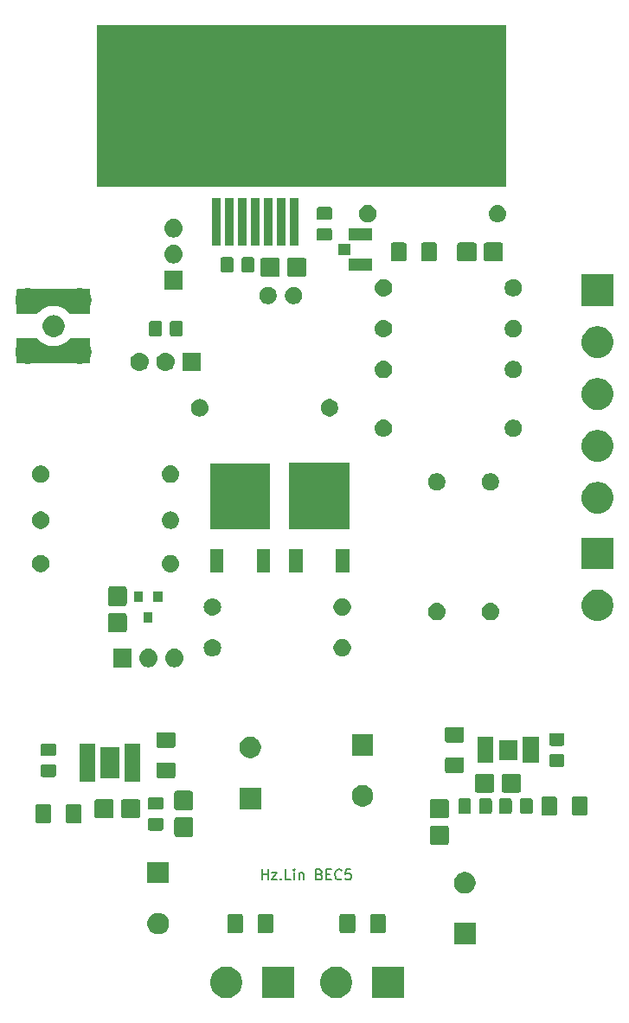
<source format=gts>
G04 #@! TF.GenerationSoftware,KiCad,Pcbnew,(5.1.4)-1*
G04 #@! TF.CreationDate,2021-07-03T18:30:16-04:00*
G04 #@! TF.ProjectId,beefy_linear_mosfet,62656566-795f-46c6-996e-6561725f6d6f,rev?*
G04 #@! TF.SameCoordinates,Original*
G04 #@! TF.FileFunction,Soldermask,Top*
G04 #@! TF.FilePolarity,Negative*
%FSLAX46Y46*%
G04 Gerber Fmt 4.6, Leading zero omitted, Abs format (unit mm)*
G04 Created by KiCad (PCBNEW (5.1.4)-1) date 2021-07-03 18:30:16*
%MOMM*%
%LPD*%
G04 APERTURE LIST*
%ADD10C,0.100000*%
%ADD11C,0.150000*%
G04 APERTURE END LIST*
D10*
G36*
X65000000Y-25750000D02*
G01*
X25000000Y-25750000D01*
X25000000Y-10000000D01*
X65000000Y-10000000D01*
X65000000Y-25750000D01*
G37*
X65000000Y-25750000D02*
X25000000Y-25750000D01*
X25000000Y-10000000D01*
X65000000Y-10000000D01*
X65000000Y-25750000D01*
D11*
X41166666Y-93702380D02*
X41166666Y-92702380D01*
X41166666Y-93178571D02*
X41738095Y-93178571D01*
X41738095Y-93702380D02*
X41738095Y-92702380D01*
X42119047Y-93035714D02*
X42642857Y-93035714D01*
X42119047Y-93702380D01*
X42642857Y-93702380D01*
X43023809Y-93607142D02*
X43071428Y-93654761D01*
X43023809Y-93702380D01*
X42976190Y-93654761D01*
X43023809Y-93607142D01*
X43023809Y-93702380D01*
X43976190Y-93702380D02*
X43500000Y-93702380D01*
X43500000Y-92702380D01*
X44309523Y-93702380D02*
X44309523Y-93035714D01*
X44309523Y-92702380D02*
X44261904Y-92750000D01*
X44309523Y-92797619D01*
X44357142Y-92750000D01*
X44309523Y-92702380D01*
X44309523Y-92797619D01*
X44785714Y-93035714D02*
X44785714Y-93702380D01*
X44785714Y-93130952D02*
X44833333Y-93083333D01*
X44928571Y-93035714D01*
X45071428Y-93035714D01*
X45166666Y-93083333D01*
X45214285Y-93178571D01*
X45214285Y-93702380D01*
X46785714Y-93178571D02*
X46928571Y-93226190D01*
X46976190Y-93273809D01*
X47023809Y-93369047D01*
X47023809Y-93511904D01*
X46976190Y-93607142D01*
X46928571Y-93654761D01*
X46833333Y-93702380D01*
X46452380Y-93702380D01*
X46452380Y-92702380D01*
X46785714Y-92702380D01*
X46880952Y-92750000D01*
X46928571Y-92797619D01*
X46976190Y-92892857D01*
X46976190Y-92988095D01*
X46928571Y-93083333D01*
X46880952Y-93130952D01*
X46785714Y-93178571D01*
X46452380Y-93178571D01*
X47452380Y-93178571D02*
X47785714Y-93178571D01*
X47928571Y-93702380D02*
X47452380Y-93702380D01*
X47452380Y-92702380D01*
X47928571Y-92702380D01*
X48928571Y-93607142D02*
X48880952Y-93654761D01*
X48738095Y-93702380D01*
X48642857Y-93702380D01*
X48500000Y-93654761D01*
X48404761Y-93559523D01*
X48357142Y-93464285D01*
X48309523Y-93273809D01*
X48309523Y-93130952D01*
X48357142Y-92940476D01*
X48404761Y-92845238D01*
X48500000Y-92750000D01*
X48642857Y-92702380D01*
X48738095Y-92702380D01*
X48880952Y-92750000D01*
X48928571Y-92797619D01*
X49833333Y-92702380D02*
X49357142Y-92702380D01*
X49309523Y-93178571D01*
X49357142Y-93130952D01*
X49452380Y-93083333D01*
X49690476Y-93083333D01*
X49785714Y-93130952D01*
X49833333Y-93178571D01*
X49880952Y-93273809D01*
X49880952Y-93511904D01*
X49833333Y-93607142D01*
X49785714Y-93654761D01*
X49690476Y-93702380D01*
X49452380Y-93702380D01*
X49357142Y-93654761D01*
X49309523Y-93607142D01*
D10*
G36*
X55051000Y-105301000D02*
G01*
X51949000Y-105301000D01*
X51949000Y-102199000D01*
X55051000Y-102199000D01*
X55051000Y-105301000D01*
X55051000Y-105301000D01*
G37*
G36*
X48722585Y-102228802D02*
G01*
X48872410Y-102258604D01*
X49154674Y-102375521D01*
X49408705Y-102545259D01*
X49624741Y-102761295D01*
X49794479Y-103015326D01*
X49911396Y-103297590D01*
X49971000Y-103597240D01*
X49971000Y-103902760D01*
X49911396Y-104202410D01*
X49794479Y-104484674D01*
X49624741Y-104738705D01*
X49408705Y-104954741D01*
X49154674Y-105124479D01*
X48872410Y-105241396D01*
X48722585Y-105271198D01*
X48572761Y-105301000D01*
X48267239Y-105301000D01*
X48117415Y-105271198D01*
X47967590Y-105241396D01*
X47685326Y-105124479D01*
X47431295Y-104954741D01*
X47215259Y-104738705D01*
X47045521Y-104484674D01*
X46928604Y-104202410D01*
X46869000Y-103902760D01*
X46869000Y-103597240D01*
X46928604Y-103297590D01*
X47045521Y-103015326D01*
X47215259Y-102761295D01*
X47431295Y-102545259D01*
X47685326Y-102375521D01*
X47967590Y-102258604D01*
X48117415Y-102228802D01*
X48267239Y-102199000D01*
X48572761Y-102199000D01*
X48722585Y-102228802D01*
X48722585Y-102228802D01*
G37*
G36*
X44301000Y-105301000D02*
G01*
X41199000Y-105301000D01*
X41199000Y-102199000D01*
X44301000Y-102199000D01*
X44301000Y-105301000D01*
X44301000Y-105301000D01*
G37*
G36*
X37972585Y-102228802D02*
G01*
X38122410Y-102258604D01*
X38404674Y-102375521D01*
X38658705Y-102545259D01*
X38874741Y-102761295D01*
X39044479Y-103015326D01*
X39161396Y-103297590D01*
X39221000Y-103597240D01*
X39221000Y-103902760D01*
X39161396Y-104202410D01*
X39044479Y-104484674D01*
X38874741Y-104738705D01*
X38658705Y-104954741D01*
X38404674Y-105124479D01*
X38122410Y-105241396D01*
X37972585Y-105271198D01*
X37822761Y-105301000D01*
X37517239Y-105301000D01*
X37367415Y-105271198D01*
X37217590Y-105241396D01*
X36935326Y-105124479D01*
X36681295Y-104954741D01*
X36465259Y-104738705D01*
X36295521Y-104484674D01*
X36178604Y-104202410D01*
X36119000Y-103902760D01*
X36119000Y-103597240D01*
X36178604Y-103297590D01*
X36295521Y-103015326D01*
X36465259Y-102761295D01*
X36681295Y-102545259D01*
X36935326Y-102375521D01*
X37217590Y-102258604D01*
X37367415Y-102228802D01*
X37517239Y-102199000D01*
X37822761Y-102199000D01*
X37972585Y-102228802D01*
X37972585Y-102228802D01*
G37*
G36*
X62051000Y-100051000D02*
G01*
X59949000Y-100051000D01*
X59949000Y-97949000D01*
X62051000Y-97949000D01*
X62051000Y-100051000D01*
X62051000Y-100051000D01*
G37*
G36*
X31306564Y-96989389D02*
G01*
X31497833Y-97068615D01*
X31497835Y-97068616D01*
X31536411Y-97094392D01*
X31669973Y-97183635D01*
X31816365Y-97330027D01*
X31931385Y-97502167D01*
X32010611Y-97693436D01*
X32051000Y-97896484D01*
X32051000Y-98103516D01*
X32010611Y-98306564D01*
X31931385Y-98497833D01*
X31931384Y-98497835D01*
X31816365Y-98669973D01*
X31669973Y-98816365D01*
X31497835Y-98931384D01*
X31497834Y-98931385D01*
X31497833Y-98931385D01*
X31306564Y-99010611D01*
X31103516Y-99051000D01*
X30896484Y-99051000D01*
X30693436Y-99010611D01*
X30502167Y-98931385D01*
X30502166Y-98931385D01*
X30502165Y-98931384D01*
X30330027Y-98816365D01*
X30183635Y-98669973D01*
X30068616Y-98497835D01*
X30068615Y-98497833D01*
X29989389Y-98306564D01*
X29949000Y-98103516D01*
X29949000Y-97896484D01*
X29989389Y-97693436D01*
X30068615Y-97502167D01*
X30183635Y-97330027D01*
X30330027Y-97183635D01*
X30463589Y-97094392D01*
X30502165Y-97068616D01*
X30502167Y-97068615D01*
X30693436Y-96989389D01*
X30896484Y-96949000D01*
X31103516Y-96949000D01*
X31306564Y-96989389D01*
X31306564Y-96989389D01*
G37*
G36*
X53100562Y-97078181D02*
G01*
X53135481Y-97088774D01*
X53167663Y-97105976D01*
X53195873Y-97129127D01*
X53219024Y-97157337D01*
X53236226Y-97189519D01*
X53246819Y-97224438D01*
X53251000Y-97266895D01*
X53251000Y-98733105D01*
X53246819Y-98775562D01*
X53236226Y-98810481D01*
X53219024Y-98842663D01*
X53195873Y-98870873D01*
X53167663Y-98894024D01*
X53135481Y-98911226D01*
X53100562Y-98921819D01*
X53058105Y-98926000D01*
X51916895Y-98926000D01*
X51874438Y-98921819D01*
X51839519Y-98911226D01*
X51807337Y-98894024D01*
X51779127Y-98870873D01*
X51755976Y-98842663D01*
X51738774Y-98810481D01*
X51728181Y-98775562D01*
X51724000Y-98733105D01*
X51724000Y-97266895D01*
X51728181Y-97224438D01*
X51738774Y-97189519D01*
X51755976Y-97157337D01*
X51779127Y-97129127D01*
X51807337Y-97105976D01*
X51839519Y-97088774D01*
X51874438Y-97078181D01*
X51916895Y-97074000D01*
X53058105Y-97074000D01*
X53100562Y-97078181D01*
X53100562Y-97078181D01*
G37*
G36*
X50125562Y-97078181D02*
G01*
X50160481Y-97088774D01*
X50192663Y-97105976D01*
X50220873Y-97129127D01*
X50244024Y-97157337D01*
X50261226Y-97189519D01*
X50271819Y-97224438D01*
X50276000Y-97266895D01*
X50276000Y-98733105D01*
X50271819Y-98775562D01*
X50261226Y-98810481D01*
X50244024Y-98842663D01*
X50220873Y-98870873D01*
X50192663Y-98894024D01*
X50160481Y-98911226D01*
X50125562Y-98921819D01*
X50083105Y-98926000D01*
X48941895Y-98926000D01*
X48899438Y-98921819D01*
X48864519Y-98911226D01*
X48832337Y-98894024D01*
X48804127Y-98870873D01*
X48780976Y-98842663D01*
X48763774Y-98810481D01*
X48753181Y-98775562D01*
X48749000Y-98733105D01*
X48749000Y-97266895D01*
X48753181Y-97224438D01*
X48763774Y-97189519D01*
X48780976Y-97157337D01*
X48804127Y-97129127D01*
X48832337Y-97105976D01*
X48864519Y-97088774D01*
X48899438Y-97078181D01*
X48941895Y-97074000D01*
X50083105Y-97074000D01*
X50125562Y-97078181D01*
X50125562Y-97078181D01*
G37*
G36*
X42100562Y-97078181D02*
G01*
X42135481Y-97088774D01*
X42167663Y-97105976D01*
X42195873Y-97129127D01*
X42219024Y-97157337D01*
X42236226Y-97189519D01*
X42246819Y-97224438D01*
X42251000Y-97266895D01*
X42251000Y-98733105D01*
X42246819Y-98775562D01*
X42236226Y-98810481D01*
X42219024Y-98842663D01*
X42195873Y-98870873D01*
X42167663Y-98894024D01*
X42135481Y-98911226D01*
X42100562Y-98921819D01*
X42058105Y-98926000D01*
X40916895Y-98926000D01*
X40874438Y-98921819D01*
X40839519Y-98911226D01*
X40807337Y-98894024D01*
X40779127Y-98870873D01*
X40755976Y-98842663D01*
X40738774Y-98810481D01*
X40728181Y-98775562D01*
X40724000Y-98733105D01*
X40724000Y-97266895D01*
X40728181Y-97224438D01*
X40738774Y-97189519D01*
X40755976Y-97157337D01*
X40779127Y-97129127D01*
X40807337Y-97105976D01*
X40839519Y-97088774D01*
X40874438Y-97078181D01*
X40916895Y-97074000D01*
X42058105Y-97074000D01*
X42100562Y-97078181D01*
X42100562Y-97078181D01*
G37*
G36*
X39125562Y-97078181D02*
G01*
X39160481Y-97088774D01*
X39192663Y-97105976D01*
X39220873Y-97129127D01*
X39244024Y-97157337D01*
X39261226Y-97189519D01*
X39271819Y-97224438D01*
X39276000Y-97266895D01*
X39276000Y-98733105D01*
X39271819Y-98775562D01*
X39261226Y-98810481D01*
X39244024Y-98842663D01*
X39220873Y-98870873D01*
X39192663Y-98894024D01*
X39160481Y-98911226D01*
X39125562Y-98921819D01*
X39083105Y-98926000D01*
X37941895Y-98926000D01*
X37899438Y-98921819D01*
X37864519Y-98911226D01*
X37832337Y-98894024D01*
X37804127Y-98870873D01*
X37780976Y-98842663D01*
X37763774Y-98810481D01*
X37753181Y-98775562D01*
X37749000Y-98733105D01*
X37749000Y-97266895D01*
X37753181Y-97224438D01*
X37763774Y-97189519D01*
X37780976Y-97157337D01*
X37804127Y-97129127D01*
X37832337Y-97105976D01*
X37864519Y-97088774D01*
X37899438Y-97078181D01*
X37941895Y-97074000D01*
X39083105Y-97074000D01*
X39125562Y-97078181D01*
X39125562Y-97078181D01*
G37*
G36*
X61306564Y-92989389D02*
G01*
X61497833Y-93068615D01*
X61497835Y-93068616D01*
X61669973Y-93183635D01*
X61816365Y-93330027D01*
X61931385Y-93502167D01*
X62010611Y-93693436D01*
X62051000Y-93896484D01*
X62051000Y-94103516D01*
X62010611Y-94306564D01*
X61931385Y-94497833D01*
X61931384Y-94497835D01*
X61816365Y-94669973D01*
X61669973Y-94816365D01*
X61497835Y-94931384D01*
X61497834Y-94931385D01*
X61497833Y-94931385D01*
X61306564Y-95010611D01*
X61103516Y-95051000D01*
X60896484Y-95051000D01*
X60693436Y-95010611D01*
X60502167Y-94931385D01*
X60502166Y-94931385D01*
X60502165Y-94931384D01*
X60330027Y-94816365D01*
X60183635Y-94669973D01*
X60068616Y-94497835D01*
X60068615Y-94497833D01*
X59989389Y-94306564D01*
X59949000Y-94103516D01*
X59949000Y-93896484D01*
X59989389Y-93693436D01*
X60068615Y-93502167D01*
X60183635Y-93330027D01*
X60330027Y-93183635D01*
X60502165Y-93068616D01*
X60502167Y-93068615D01*
X60693436Y-92989389D01*
X60896484Y-92949000D01*
X61103516Y-92949000D01*
X61306564Y-92989389D01*
X61306564Y-92989389D01*
G37*
G36*
X32051000Y-94051000D02*
G01*
X29949000Y-94051000D01*
X29949000Y-91949000D01*
X32051000Y-91949000D01*
X32051000Y-94051000D01*
X32051000Y-94051000D01*
G37*
G36*
X59230411Y-88404259D02*
G01*
X59275853Y-88418044D01*
X59317736Y-88440431D01*
X59354444Y-88470556D01*
X59384569Y-88507264D01*
X59406956Y-88549147D01*
X59420741Y-88594589D01*
X59426000Y-88647990D01*
X59426000Y-90052010D01*
X59420741Y-90105411D01*
X59406956Y-90150853D01*
X59384569Y-90192736D01*
X59354444Y-90229444D01*
X59317736Y-90259569D01*
X59275853Y-90281956D01*
X59230411Y-90295741D01*
X59177010Y-90301000D01*
X57822990Y-90301000D01*
X57769589Y-90295741D01*
X57724147Y-90281956D01*
X57682264Y-90259569D01*
X57645556Y-90229444D01*
X57615431Y-90192736D01*
X57593044Y-90150853D01*
X57579259Y-90105411D01*
X57574000Y-90052010D01*
X57574000Y-88647990D01*
X57579259Y-88594589D01*
X57593044Y-88549147D01*
X57615431Y-88507264D01*
X57645556Y-88470556D01*
X57682264Y-88440431D01*
X57724147Y-88418044D01*
X57769589Y-88404259D01*
X57822990Y-88399000D01*
X59177010Y-88399000D01*
X59230411Y-88404259D01*
X59230411Y-88404259D01*
G37*
G36*
X34230411Y-87604259D02*
G01*
X34275853Y-87618044D01*
X34317736Y-87640431D01*
X34354444Y-87670556D01*
X34384569Y-87707264D01*
X34406956Y-87749147D01*
X34420741Y-87794589D01*
X34426000Y-87847990D01*
X34426000Y-89252010D01*
X34420741Y-89305411D01*
X34406956Y-89350853D01*
X34384569Y-89392736D01*
X34354444Y-89429444D01*
X34317736Y-89459569D01*
X34275853Y-89481956D01*
X34230411Y-89495741D01*
X34177010Y-89501000D01*
X32822990Y-89501000D01*
X32769589Y-89495741D01*
X32724147Y-89481956D01*
X32682264Y-89459569D01*
X32645556Y-89429444D01*
X32615431Y-89392736D01*
X32593044Y-89350853D01*
X32579259Y-89305411D01*
X32574000Y-89252010D01*
X32574000Y-87847990D01*
X32579259Y-87794589D01*
X32593044Y-87749147D01*
X32615431Y-87707264D01*
X32645556Y-87670556D01*
X32682264Y-87640431D01*
X32724147Y-87618044D01*
X32769589Y-87604259D01*
X32822990Y-87599000D01*
X34177010Y-87599000D01*
X34230411Y-87604259D01*
X34230411Y-87604259D01*
G37*
G36*
X31338674Y-87653465D02*
G01*
X31376367Y-87664899D01*
X31411103Y-87683466D01*
X31441548Y-87708452D01*
X31466534Y-87738897D01*
X31485101Y-87773633D01*
X31496535Y-87811326D01*
X31501000Y-87856661D01*
X31501000Y-88693339D01*
X31496535Y-88738674D01*
X31485101Y-88776367D01*
X31466534Y-88811103D01*
X31441548Y-88841548D01*
X31411103Y-88866534D01*
X31376367Y-88885101D01*
X31338674Y-88896535D01*
X31293339Y-88901000D01*
X30206661Y-88901000D01*
X30161326Y-88896535D01*
X30123633Y-88885101D01*
X30088897Y-88866534D01*
X30058452Y-88841548D01*
X30033466Y-88811103D01*
X30014899Y-88776367D01*
X30003465Y-88738674D01*
X29999000Y-88693339D01*
X29999000Y-87856661D01*
X30003465Y-87811326D01*
X30014899Y-87773633D01*
X30033466Y-87738897D01*
X30058452Y-87708452D01*
X30088897Y-87683466D01*
X30123633Y-87664899D01*
X30161326Y-87653465D01*
X30206661Y-87649000D01*
X31293339Y-87649000D01*
X31338674Y-87653465D01*
X31338674Y-87653465D01*
G37*
G36*
X20375562Y-86328181D02*
G01*
X20410481Y-86338774D01*
X20442663Y-86355976D01*
X20470873Y-86379127D01*
X20494024Y-86407337D01*
X20511226Y-86439519D01*
X20521819Y-86474438D01*
X20526000Y-86516895D01*
X20526000Y-87983105D01*
X20521819Y-88025562D01*
X20511226Y-88060481D01*
X20494024Y-88092663D01*
X20470873Y-88120873D01*
X20442663Y-88144024D01*
X20410481Y-88161226D01*
X20375562Y-88171819D01*
X20333105Y-88176000D01*
X19191895Y-88176000D01*
X19149438Y-88171819D01*
X19114519Y-88161226D01*
X19082337Y-88144024D01*
X19054127Y-88120873D01*
X19030976Y-88092663D01*
X19013774Y-88060481D01*
X19003181Y-88025562D01*
X18999000Y-87983105D01*
X18999000Y-86516895D01*
X19003181Y-86474438D01*
X19013774Y-86439519D01*
X19030976Y-86407337D01*
X19054127Y-86379127D01*
X19082337Y-86355976D01*
X19114519Y-86338774D01*
X19149438Y-86328181D01*
X19191895Y-86324000D01*
X20333105Y-86324000D01*
X20375562Y-86328181D01*
X20375562Y-86328181D01*
G37*
G36*
X23350562Y-86328181D02*
G01*
X23385481Y-86338774D01*
X23417663Y-86355976D01*
X23445873Y-86379127D01*
X23469024Y-86407337D01*
X23486226Y-86439519D01*
X23496819Y-86474438D01*
X23501000Y-86516895D01*
X23501000Y-87983105D01*
X23496819Y-88025562D01*
X23486226Y-88060481D01*
X23469024Y-88092663D01*
X23445873Y-88120873D01*
X23417663Y-88144024D01*
X23385481Y-88161226D01*
X23350562Y-88171819D01*
X23308105Y-88176000D01*
X22166895Y-88176000D01*
X22124438Y-88171819D01*
X22089519Y-88161226D01*
X22057337Y-88144024D01*
X22029127Y-88120873D01*
X22005976Y-88092663D01*
X21988774Y-88060481D01*
X21978181Y-88025562D01*
X21974000Y-87983105D01*
X21974000Y-86516895D01*
X21978181Y-86474438D01*
X21988774Y-86439519D01*
X22005976Y-86407337D01*
X22029127Y-86379127D01*
X22057337Y-86355976D01*
X22089519Y-86338774D01*
X22124438Y-86328181D01*
X22166895Y-86324000D01*
X23308105Y-86324000D01*
X23350562Y-86328181D01*
X23350562Y-86328181D01*
G37*
G36*
X59230411Y-85804259D02*
G01*
X59275853Y-85818044D01*
X59317736Y-85840431D01*
X59354444Y-85870556D01*
X59384569Y-85907264D01*
X59406956Y-85949147D01*
X59420741Y-85994589D01*
X59426000Y-86047990D01*
X59426000Y-87452010D01*
X59420741Y-87505411D01*
X59406956Y-87550853D01*
X59384569Y-87592736D01*
X59354444Y-87629444D01*
X59317736Y-87659569D01*
X59275853Y-87681956D01*
X59230411Y-87695741D01*
X59177010Y-87701000D01*
X57822990Y-87701000D01*
X57769589Y-87695741D01*
X57724147Y-87681956D01*
X57682264Y-87659569D01*
X57645556Y-87629444D01*
X57615431Y-87592736D01*
X57593044Y-87550853D01*
X57579259Y-87505411D01*
X57574000Y-87452010D01*
X57574000Y-86047990D01*
X57579259Y-85994589D01*
X57593044Y-85949147D01*
X57615431Y-85907264D01*
X57645556Y-85870556D01*
X57682264Y-85840431D01*
X57724147Y-85818044D01*
X57769589Y-85804259D01*
X57822990Y-85799000D01*
X59177010Y-85799000D01*
X59230411Y-85804259D01*
X59230411Y-85804259D01*
G37*
G36*
X29055411Y-85829259D02*
G01*
X29100853Y-85843044D01*
X29142736Y-85865431D01*
X29179444Y-85895556D01*
X29209569Y-85932264D01*
X29231956Y-85974147D01*
X29245741Y-86019589D01*
X29251000Y-86072990D01*
X29251000Y-87427010D01*
X29245741Y-87480411D01*
X29231956Y-87525853D01*
X29209569Y-87567736D01*
X29179444Y-87604444D01*
X29142736Y-87634569D01*
X29100853Y-87656956D01*
X29055411Y-87670741D01*
X29002010Y-87676000D01*
X27597990Y-87676000D01*
X27544589Y-87670741D01*
X27499147Y-87656956D01*
X27457264Y-87634569D01*
X27420556Y-87604444D01*
X27390431Y-87567736D01*
X27368044Y-87525853D01*
X27354259Y-87480411D01*
X27349000Y-87427010D01*
X27349000Y-86072990D01*
X27354259Y-86019589D01*
X27368044Y-85974147D01*
X27390431Y-85932264D01*
X27420556Y-85895556D01*
X27457264Y-85865431D01*
X27499147Y-85843044D01*
X27544589Y-85829259D01*
X27597990Y-85824000D01*
X29002010Y-85824000D01*
X29055411Y-85829259D01*
X29055411Y-85829259D01*
G37*
G36*
X26455411Y-85829259D02*
G01*
X26500853Y-85843044D01*
X26542736Y-85865431D01*
X26579444Y-85895556D01*
X26609569Y-85932264D01*
X26631956Y-85974147D01*
X26645741Y-86019589D01*
X26651000Y-86072990D01*
X26651000Y-87427010D01*
X26645741Y-87480411D01*
X26631956Y-87525853D01*
X26609569Y-87567736D01*
X26579444Y-87604444D01*
X26542736Y-87634569D01*
X26500853Y-87656956D01*
X26455411Y-87670741D01*
X26402010Y-87676000D01*
X24997990Y-87676000D01*
X24944589Y-87670741D01*
X24899147Y-87656956D01*
X24857264Y-87634569D01*
X24820556Y-87604444D01*
X24790431Y-87567736D01*
X24768044Y-87525853D01*
X24754259Y-87480411D01*
X24749000Y-87427010D01*
X24749000Y-86072990D01*
X24754259Y-86019589D01*
X24768044Y-85974147D01*
X24790431Y-85932264D01*
X24820556Y-85895556D01*
X24857264Y-85865431D01*
X24899147Y-85843044D01*
X24944589Y-85829259D01*
X24997990Y-85824000D01*
X26402010Y-85824000D01*
X26455411Y-85829259D01*
X26455411Y-85829259D01*
G37*
G36*
X69875562Y-85578181D02*
G01*
X69910481Y-85588774D01*
X69942663Y-85605976D01*
X69970873Y-85629127D01*
X69994024Y-85657337D01*
X70011226Y-85689519D01*
X70021819Y-85724438D01*
X70026000Y-85766895D01*
X70026000Y-87233105D01*
X70021819Y-87275562D01*
X70011226Y-87310481D01*
X69994024Y-87342663D01*
X69970873Y-87370873D01*
X69942663Y-87394024D01*
X69910481Y-87411226D01*
X69875562Y-87421819D01*
X69833105Y-87426000D01*
X68691895Y-87426000D01*
X68649438Y-87421819D01*
X68614519Y-87411226D01*
X68582337Y-87394024D01*
X68554127Y-87370873D01*
X68530976Y-87342663D01*
X68513774Y-87310481D01*
X68503181Y-87275562D01*
X68499000Y-87233105D01*
X68499000Y-85766895D01*
X68503181Y-85724438D01*
X68513774Y-85689519D01*
X68530976Y-85657337D01*
X68554127Y-85629127D01*
X68582337Y-85605976D01*
X68614519Y-85588774D01*
X68649438Y-85578181D01*
X68691895Y-85574000D01*
X69833105Y-85574000D01*
X69875562Y-85578181D01*
X69875562Y-85578181D01*
G37*
G36*
X72850562Y-85578181D02*
G01*
X72885481Y-85588774D01*
X72917663Y-85605976D01*
X72945873Y-85629127D01*
X72969024Y-85657337D01*
X72986226Y-85689519D01*
X72996819Y-85724438D01*
X73001000Y-85766895D01*
X73001000Y-87233105D01*
X72996819Y-87275562D01*
X72986226Y-87310481D01*
X72969024Y-87342663D01*
X72945873Y-87370873D01*
X72917663Y-87394024D01*
X72885481Y-87411226D01*
X72850562Y-87421819D01*
X72808105Y-87426000D01*
X71666895Y-87426000D01*
X71624438Y-87421819D01*
X71589519Y-87411226D01*
X71557337Y-87394024D01*
X71529127Y-87370873D01*
X71505976Y-87342663D01*
X71488774Y-87310481D01*
X71478181Y-87275562D01*
X71474000Y-87233105D01*
X71474000Y-85766895D01*
X71478181Y-85724438D01*
X71488774Y-85689519D01*
X71505976Y-85657337D01*
X71529127Y-85629127D01*
X71557337Y-85605976D01*
X71589519Y-85588774D01*
X71624438Y-85578181D01*
X71666895Y-85574000D01*
X72808105Y-85574000D01*
X72850562Y-85578181D01*
X72850562Y-85578181D01*
G37*
G36*
X61438674Y-85753465D02*
G01*
X61476367Y-85764899D01*
X61511103Y-85783466D01*
X61541548Y-85808452D01*
X61566534Y-85838897D01*
X61585101Y-85873633D01*
X61596535Y-85911326D01*
X61601000Y-85956661D01*
X61601000Y-87043339D01*
X61596535Y-87088674D01*
X61585101Y-87126367D01*
X61566534Y-87161103D01*
X61541548Y-87191548D01*
X61511103Y-87216534D01*
X61476367Y-87235101D01*
X61438674Y-87246535D01*
X61393339Y-87251000D01*
X60556661Y-87251000D01*
X60511326Y-87246535D01*
X60473633Y-87235101D01*
X60438897Y-87216534D01*
X60408452Y-87191548D01*
X60383466Y-87161103D01*
X60364899Y-87126367D01*
X60353465Y-87088674D01*
X60349000Y-87043339D01*
X60349000Y-85956661D01*
X60353465Y-85911326D01*
X60364899Y-85873633D01*
X60383466Y-85838897D01*
X60408452Y-85808452D01*
X60438897Y-85783466D01*
X60473633Y-85764899D01*
X60511326Y-85753465D01*
X60556661Y-85749000D01*
X61393339Y-85749000D01*
X61438674Y-85753465D01*
X61438674Y-85753465D01*
G37*
G36*
X67488674Y-85753465D02*
G01*
X67526367Y-85764899D01*
X67561103Y-85783466D01*
X67591548Y-85808452D01*
X67616534Y-85838897D01*
X67635101Y-85873633D01*
X67646535Y-85911326D01*
X67651000Y-85956661D01*
X67651000Y-87043339D01*
X67646535Y-87088674D01*
X67635101Y-87126367D01*
X67616534Y-87161103D01*
X67591548Y-87191548D01*
X67561103Y-87216534D01*
X67526367Y-87235101D01*
X67488674Y-87246535D01*
X67443339Y-87251000D01*
X66606661Y-87251000D01*
X66561326Y-87246535D01*
X66523633Y-87235101D01*
X66488897Y-87216534D01*
X66458452Y-87191548D01*
X66433466Y-87161103D01*
X66414899Y-87126367D01*
X66403465Y-87088674D01*
X66399000Y-87043339D01*
X66399000Y-85956661D01*
X66403465Y-85911326D01*
X66414899Y-85873633D01*
X66433466Y-85838897D01*
X66458452Y-85808452D01*
X66488897Y-85783466D01*
X66523633Y-85764899D01*
X66561326Y-85753465D01*
X66606661Y-85749000D01*
X67443339Y-85749000D01*
X67488674Y-85753465D01*
X67488674Y-85753465D01*
G37*
G36*
X65438674Y-85753465D02*
G01*
X65476367Y-85764899D01*
X65511103Y-85783466D01*
X65541548Y-85808452D01*
X65566534Y-85838897D01*
X65585101Y-85873633D01*
X65596535Y-85911326D01*
X65601000Y-85956661D01*
X65601000Y-87043339D01*
X65596535Y-87088674D01*
X65585101Y-87126367D01*
X65566534Y-87161103D01*
X65541548Y-87191548D01*
X65511103Y-87216534D01*
X65476367Y-87235101D01*
X65438674Y-87246535D01*
X65393339Y-87251000D01*
X64556661Y-87251000D01*
X64511326Y-87246535D01*
X64473633Y-87235101D01*
X64438897Y-87216534D01*
X64408452Y-87191548D01*
X64383466Y-87161103D01*
X64364899Y-87126367D01*
X64353465Y-87088674D01*
X64349000Y-87043339D01*
X64349000Y-85956661D01*
X64353465Y-85911326D01*
X64364899Y-85873633D01*
X64383466Y-85838897D01*
X64408452Y-85808452D01*
X64438897Y-85783466D01*
X64473633Y-85764899D01*
X64511326Y-85753465D01*
X64556661Y-85749000D01*
X65393339Y-85749000D01*
X65438674Y-85753465D01*
X65438674Y-85753465D01*
G37*
G36*
X63488674Y-85753465D02*
G01*
X63526367Y-85764899D01*
X63561103Y-85783466D01*
X63591548Y-85808452D01*
X63616534Y-85838897D01*
X63635101Y-85873633D01*
X63646535Y-85911326D01*
X63651000Y-85956661D01*
X63651000Y-87043339D01*
X63646535Y-87088674D01*
X63635101Y-87126367D01*
X63616534Y-87161103D01*
X63591548Y-87191548D01*
X63561103Y-87216534D01*
X63526367Y-87235101D01*
X63488674Y-87246535D01*
X63443339Y-87251000D01*
X62606661Y-87251000D01*
X62561326Y-87246535D01*
X62523633Y-87235101D01*
X62488897Y-87216534D01*
X62458452Y-87191548D01*
X62433466Y-87161103D01*
X62414899Y-87126367D01*
X62403465Y-87088674D01*
X62399000Y-87043339D01*
X62399000Y-85956661D01*
X62403465Y-85911326D01*
X62414899Y-85873633D01*
X62433466Y-85838897D01*
X62458452Y-85808452D01*
X62488897Y-85783466D01*
X62523633Y-85764899D01*
X62561326Y-85753465D01*
X62606661Y-85749000D01*
X63443339Y-85749000D01*
X63488674Y-85753465D01*
X63488674Y-85753465D01*
G37*
G36*
X34230411Y-85004259D02*
G01*
X34275853Y-85018044D01*
X34317736Y-85040431D01*
X34354444Y-85070556D01*
X34384569Y-85107264D01*
X34406956Y-85149147D01*
X34420741Y-85194589D01*
X34426000Y-85247990D01*
X34426000Y-86652010D01*
X34420741Y-86705411D01*
X34406956Y-86750853D01*
X34384569Y-86792736D01*
X34354444Y-86829444D01*
X34317736Y-86859569D01*
X34275853Y-86881956D01*
X34230411Y-86895741D01*
X34177010Y-86901000D01*
X32822990Y-86901000D01*
X32769589Y-86895741D01*
X32724147Y-86881956D01*
X32682264Y-86859569D01*
X32645556Y-86829444D01*
X32615431Y-86792736D01*
X32593044Y-86750853D01*
X32579259Y-86705411D01*
X32574000Y-86652010D01*
X32574000Y-85247990D01*
X32579259Y-85194589D01*
X32593044Y-85149147D01*
X32615431Y-85107264D01*
X32645556Y-85070556D01*
X32682264Y-85040431D01*
X32724147Y-85018044D01*
X32769589Y-85004259D01*
X32822990Y-84999000D01*
X34177010Y-84999000D01*
X34230411Y-85004259D01*
X34230411Y-85004259D01*
G37*
G36*
X31338674Y-85603465D02*
G01*
X31376367Y-85614899D01*
X31411103Y-85633466D01*
X31441548Y-85658452D01*
X31466534Y-85688897D01*
X31485101Y-85723633D01*
X31496535Y-85761326D01*
X31501000Y-85806661D01*
X31501000Y-86643339D01*
X31496535Y-86688674D01*
X31485101Y-86726367D01*
X31466534Y-86761103D01*
X31441548Y-86791548D01*
X31411103Y-86816534D01*
X31376367Y-86835101D01*
X31338674Y-86846535D01*
X31293339Y-86851000D01*
X30206661Y-86851000D01*
X30161326Y-86846535D01*
X30123633Y-86835101D01*
X30088897Y-86816534D01*
X30058452Y-86791548D01*
X30033466Y-86761103D01*
X30014899Y-86726367D01*
X30003465Y-86688674D01*
X29999000Y-86643339D01*
X29999000Y-85806661D01*
X30003465Y-85761326D01*
X30014899Y-85723633D01*
X30033466Y-85688897D01*
X30058452Y-85658452D01*
X30088897Y-85633466D01*
X30123633Y-85614899D01*
X30161326Y-85603465D01*
X30206661Y-85599000D01*
X31293339Y-85599000D01*
X31338674Y-85603465D01*
X31338674Y-85603465D01*
G37*
G36*
X41051000Y-86801000D02*
G01*
X38949000Y-86801000D01*
X38949000Y-84699000D01*
X41051000Y-84699000D01*
X41051000Y-86801000D01*
X41051000Y-86801000D01*
G37*
G36*
X51306564Y-84489389D02*
G01*
X51497833Y-84568615D01*
X51497835Y-84568616D01*
X51669973Y-84683635D01*
X51816365Y-84830027D01*
X51931385Y-85002167D01*
X52010611Y-85193436D01*
X52051000Y-85396484D01*
X52051000Y-85603516D01*
X52010611Y-85806564D01*
X51943711Y-85968075D01*
X51931384Y-85997835D01*
X51816365Y-86169973D01*
X51669973Y-86316365D01*
X51497835Y-86431384D01*
X51497834Y-86431385D01*
X51497833Y-86431385D01*
X51306564Y-86510611D01*
X51103516Y-86551000D01*
X50896484Y-86551000D01*
X50693436Y-86510611D01*
X50502167Y-86431385D01*
X50502166Y-86431385D01*
X50502165Y-86431384D01*
X50330027Y-86316365D01*
X50183635Y-86169973D01*
X50068616Y-85997835D01*
X50056289Y-85968075D01*
X49989389Y-85806564D01*
X49949000Y-85603516D01*
X49949000Y-85396484D01*
X49989389Y-85193436D01*
X50068615Y-85002167D01*
X50183635Y-84830027D01*
X50330027Y-84683635D01*
X50502165Y-84568616D01*
X50502167Y-84568615D01*
X50693436Y-84489389D01*
X50896484Y-84449000D01*
X51103516Y-84449000D01*
X51306564Y-84489389D01*
X51306564Y-84489389D01*
G37*
G36*
X66305411Y-83329259D02*
G01*
X66350853Y-83343044D01*
X66392736Y-83365431D01*
X66429444Y-83395556D01*
X66459569Y-83432264D01*
X66481956Y-83474147D01*
X66495741Y-83519589D01*
X66501000Y-83572990D01*
X66501000Y-84927010D01*
X66495741Y-84980411D01*
X66481956Y-85025853D01*
X66459569Y-85067736D01*
X66429444Y-85104444D01*
X66392736Y-85134569D01*
X66350853Y-85156956D01*
X66305411Y-85170741D01*
X66252010Y-85176000D01*
X64847990Y-85176000D01*
X64794589Y-85170741D01*
X64749147Y-85156956D01*
X64707264Y-85134569D01*
X64670556Y-85104444D01*
X64640431Y-85067736D01*
X64618044Y-85025853D01*
X64604259Y-84980411D01*
X64599000Y-84927010D01*
X64599000Y-83572990D01*
X64604259Y-83519589D01*
X64618044Y-83474147D01*
X64640431Y-83432264D01*
X64670556Y-83395556D01*
X64707264Y-83365431D01*
X64749147Y-83343044D01*
X64794589Y-83329259D01*
X64847990Y-83324000D01*
X66252010Y-83324000D01*
X66305411Y-83329259D01*
X66305411Y-83329259D01*
G37*
G36*
X63705411Y-83329259D02*
G01*
X63750853Y-83343044D01*
X63792736Y-83365431D01*
X63829444Y-83395556D01*
X63859569Y-83432264D01*
X63881956Y-83474147D01*
X63895741Y-83519589D01*
X63901000Y-83572990D01*
X63901000Y-84927010D01*
X63895741Y-84980411D01*
X63881956Y-85025853D01*
X63859569Y-85067736D01*
X63829444Y-85104444D01*
X63792736Y-85134569D01*
X63750853Y-85156956D01*
X63705411Y-85170741D01*
X63652010Y-85176000D01*
X62247990Y-85176000D01*
X62194589Y-85170741D01*
X62149147Y-85156956D01*
X62107264Y-85134569D01*
X62070556Y-85104444D01*
X62040431Y-85067736D01*
X62018044Y-85025853D01*
X62004259Y-84980411D01*
X61999000Y-84927010D01*
X61999000Y-83572990D01*
X62004259Y-83519589D01*
X62018044Y-83474147D01*
X62040431Y-83432264D01*
X62070556Y-83395556D01*
X62107264Y-83365431D01*
X62149147Y-83343044D01*
X62194589Y-83329259D01*
X62247990Y-83324000D01*
X63652010Y-83324000D01*
X63705411Y-83329259D01*
X63705411Y-83329259D01*
G37*
G36*
X29225500Y-84151000D02*
G01*
X27698500Y-84151000D01*
X27698500Y-80349000D01*
X29225500Y-80349000D01*
X29225500Y-84151000D01*
X29225500Y-84151000D01*
G37*
G36*
X24801500Y-84151000D02*
G01*
X23274500Y-84151000D01*
X23274500Y-80349000D01*
X24801500Y-80349000D01*
X24801500Y-84151000D01*
X24801500Y-84151000D01*
G37*
G36*
X27177500Y-83774500D02*
G01*
X25322500Y-83774500D01*
X25322500Y-80725500D01*
X27177500Y-80725500D01*
X27177500Y-83774500D01*
X27177500Y-83774500D01*
G37*
G36*
X32525562Y-82228181D02*
G01*
X32560481Y-82238774D01*
X32592663Y-82255976D01*
X32620873Y-82279127D01*
X32644024Y-82307337D01*
X32661226Y-82339519D01*
X32671819Y-82374438D01*
X32676000Y-82416895D01*
X32676000Y-83558105D01*
X32671819Y-83600562D01*
X32661226Y-83635481D01*
X32644024Y-83667663D01*
X32620873Y-83695873D01*
X32592663Y-83719024D01*
X32560481Y-83736226D01*
X32525562Y-83746819D01*
X32483105Y-83751000D01*
X31016895Y-83751000D01*
X30974438Y-83746819D01*
X30939519Y-83736226D01*
X30907337Y-83719024D01*
X30879127Y-83695873D01*
X30855976Y-83667663D01*
X30838774Y-83635481D01*
X30828181Y-83600562D01*
X30824000Y-83558105D01*
X30824000Y-82416895D01*
X30828181Y-82374438D01*
X30838774Y-82339519D01*
X30855976Y-82307337D01*
X30879127Y-82279127D01*
X30907337Y-82255976D01*
X30939519Y-82238774D01*
X30974438Y-82228181D01*
X31016895Y-82224000D01*
X32483105Y-82224000D01*
X32525562Y-82228181D01*
X32525562Y-82228181D01*
G37*
G36*
X20838674Y-82403465D02*
G01*
X20876367Y-82414899D01*
X20911103Y-82433466D01*
X20941548Y-82458452D01*
X20966534Y-82488897D01*
X20985101Y-82523633D01*
X20996535Y-82561326D01*
X21001000Y-82606661D01*
X21001000Y-83443339D01*
X20996535Y-83488674D01*
X20985101Y-83526367D01*
X20966534Y-83561103D01*
X20941548Y-83591548D01*
X20911103Y-83616534D01*
X20876367Y-83635101D01*
X20838674Y-83646535D01*
X20793339Y-83651000D01*
X19706661Y-83651000D01*
X19661326Y-83646535D01*
X19623633Y-83635101D01*
X19588897Y-83616534D01*
X19558452Y-83591548D01*
X19533466Y-83561103D01*
X19514899Y-83526367D01*
X19503465Y-83488674D01*
X19499000Y-83443339D01*
X19499000Y-82606661D01*
X19503465Y-82561326D01*
X19514899Y-82523633D01*
X19533466Y-82488897D01*
X19558452Y-82458452D01*
X19588897Y-82433466D01*
X19623633Y-82414899D01*
X19661326Y-82403465D01*
X19706661Y-82399000D01*
X20793339Y-82399000D01*
X20838674Y-82403465D01*
X20838674Y-82403465D01*
G37*
G36*
X60775562Y-81728181D02*
G01*
X60810481Y-81738774D01*
X60842663Y-81755976D01*
X60870873Y-81779127D01*
X60894024Y-81807337D01*
X60911226Y-81839519D01*
X60921819Y-81874438D01*
X60926000Y-81916895D01*
X60926000Y-83058105D01*
X60921819Y-83100562D01*
X60911226Y-83135481D01*
X60894024Y-83167663D01*
X60870873Y-83195873D01*
X60842663Y-83219024D01*
X60810481Y-83236226D01*
X60775562Y-83246819D01*
X60733105Y-83251000D01*
X59266895Y-83251000D01*
X59224438Y-83246819D01*
X59189519Y-83236226D01*
X59157337Y-83219024D01*
X59129127Y-83195873D01*
X59105976Y-83167663D01*
X59088774Y-83135481D01*
X59078181Y-83100562D01*
X59074000Y-83058105D01*
X59074000Y-81916895D01*
X59078181Y-81874438D01*
X59088774Y-81839519D01*
X59105976Y-81807337D01*
X59129127Y-81779127D01*
X59157337Y-81755976D01*
X59189519Y-81738774D01*
X59224438Y-81728181D01*
X59266895Y-81724000D01*
X60733105Y-81724000D01*
X60775562Y-81728181D01*
X60775562Y-81728181D01*
G37*
G36*
X70588674Y-81403465D02*
G01*
X70626367Y-81414899D01*
X70661103Y-81433466D01*
X70691548Y-81458452D01*
X70716534Y-81488897D01*
X70735101Y-81523633D01*
X70746535Y-81561326D01*
X70751000Y-81606661D01*
X70751000Y-82443339D01*
X70746535Y-82488674D01*
X70735101Y-82526367D01*
X70716534Y-82561103D01*
X70691548Y-82591548D01*
X70661103Y-82616534D01*
X70626367Y-82635101D01*
X70588674Y-82646535D01*
X70543339Y-82651000D01*
X69456661Y-82651000D01*
X69411326Y-82646535D01*
X69373633Y-82635101D01*
X69338897Y-82616534D01*
X69308452Y-82591548D01*
X69283466Y-82561103D01*
X69264899Y-82526367D01*
X69253465Y-82488674D01*
X69249000Y-82443339D01*
X69249000Y-81606661D01*
X69253465Y-81561326D01*
X69264899Y-81523633D01*
X69283466Y-81488897D01*
X69308452Y-81458452D01*
X69338897Y-81433466D01*
X69373633Y-81414899D01*
X69411326Y-81403465D01*
X69456661Y-81399000D01*
X70543339Y-81399000D01*
X70588674Y-81403465D01*
X70588674Y-81403465D01*
G37*
G36*
X63801500Y-82251000D02*
G01*
X62274500Y-82251000D01*
X62274500Y-79749000D01*
X63801500Y-79749000D01*
X63801500Y-82251000D01*
X63801500Y-82251000D01*
G37*
G36*
X68225500Y-82251000D02*
G01*
X66698500Y-82251000D01*
X66698500Y-79749000D01*
X68225500Y-79749000D01*
X68225500Y-82251000D01*
X68225500Y-82251000D01*
G37*
G36*
X66141000Y-81991000D02*
G01*
X64359000Y-81991000D01*
X64359000Y-80009000D01*
X66141000Y-80009000D01*
X66141000Y-81991000D01*
X66141000Y-81991000D01*
G37*
G36*
X40306564Y-79739389D02*
G01*
X40497833Y-79818615D01*
X40497835Y-79818616D01*
X40669973Y-79933635D01*
X40816365Y-80080027D01*
X40846791Y-80125562D01*
X40931385Y-80252167D01*
X41010611Y-80443436D01*
X41051000Y-80646484D01*
X41051000Y-80853516D01*
X41010611Y-81056564D01*
X40931385Y-81247833D01*
X40931384Y-81247835D01*
X40816365Y-81419973D01*
X40669973Y-81566365D01*
X40497835Y-81681384D01*
X40497834Y-81681385D01*
X40497833Y-81681385D01*
X40306564Y-81760611D01*
X40103516Y-81801000D01*
X39896484Y-81801000D01*
X39693436Y-81760611D01*
X39502167Y-81681385D01*
X39502166Y-81681385D01*
X39502165Y-81681384D01*
X39330027Y-81566365D01*
X39183635Y-81419973D01*
X39068616Y-81247835D01*
X39068615Y-81247833D01*
X38989389Y-81056564D01*
X38949000Y-80853516D01*
X38949000Y-80646484D01*
X38989389Y-80443436D01*
X39068615Y-80252167D01*
X39153210Y-80125562D01*
X39183635Y-80080027D01*
X39330027Y-79933635D01*
X39502165Y-79818616D01*
X39502167Y-79818615D01*
X39693436Y-79739389D01*
X39896484Y-79699000D01*
X40103516Y-79699000D01*
X40306564Y-79739389D01*
X40306564Y-79739389D01*
G37*
G36*
X20838674Y-80353465D02*
G01*
X20876367Y-80364899D01*
X20911103Y-80383466D01*
X20941548Y-80408452D01*
X20966534Y-80438897D01*
X20985101Y-80473633D01*
X20996535Y-80511326D01*
X21001000Y-80556661D01*
X21001000Y-81393339D01*
X20996535Y-81438674D01*
X20985101Y-81476367D01*
X20966534Y-81511103D01*
X20941548Y-81541548D01*
X20911103Y-81566534D01*
X20876367Y-81585101D01*
X20838674Y-81596535D01*
X20793339Y-81601000D01*
X19706661Y-81601000D01*
X19661326Y-81596535D01*
X19623633Y-81585101D01*
X19588897Y-81566534D01*
X19558452Y-81541548D01*
X19533466Y-81511103D01*
X19514899Y-81476367D01*
X19503465Y-81438674D01*
X19499000Y-81393339D01*
X19499000Y-80556661D01*
X19503465Y-80511326D01*
X19514899Y-80473633D01*
X19533466Y-80438897D01*
X19558452Y-80408452D01*
X19588897Y-80383466D01*
X19623633Y-80364899D01*
X19661326Y-80353465D01*
X19706661Y-80349000D01*
X20793339Y-80349000D01*
X20838674Y-80353465D01*
X20838674Y-80353465D01*
G37*
G36*
X52051000Y-81551000D02*
G01*
X49949000Y-81551000D01*
X49949000Y-79449000D01*
X52051000Y-79449000D01*
X52051000Y-81551000D01*
X52051000Y-81551000D01*
G37*
G36*
X32525562Y-79253181D02*
G01*
X32560481Y-79263774D01*
X32592663Y-79280976D01*
X32620873Y-79304127D01*
X32644024Y-79332337D01*
X32661226Y-79364519D01*
X32671819Y-79399438D01*
X32676000Y-79441895D01*
X32676000Y-80583105D01*
X32671819Y-80625562D01*
X32661226Y-80660481D01*
X32644024Y-80692663D01*
X32620873Y-80720873D01*
X32592663Y-80744024D01*
X32560481Y-80761226D01*
X32525562Y-80771819D01*
X32483105Y-80776000D01*
X31016895Y-80776000D01*
X30974438Y-80771819D01*
X30939519Y-80761226D01*
X30907337Y-80744024D01*
X30879127Y-80720873D01*
X30855976Y-80692663D01*
X30838774Y-80660481D01*
X30828181Y-80625562D01*
X30824000Y-80583105D01*
X30824000Y-79441895D01*
X30828181Y-79399438D01*
X30838774Y-79364519D01*
X30855976Y-79332337D01*
X30879127Y-79304127D01*
X30907337Y-79280976D01*
X30939519Y-79263774D01*
X30974438Y-79253181D01*
X31016895Y-79249000D01*
X32483105Y-79249000D01*
X32525562Y-79253181D01*
X32525562Y-79253181D01*
G37*
G36*
X70588674Y-79353465D02*
G01*
X70626367Y-79364899D01*
X70661103Y-79383466D01*
X70691548Y-79408452D01*
X70716534Y-79438897D01*
X70735101Y-79473633D01*
X70746535Y-79511326D01*
X70751000Y-79556661D01*
X70751000Y-80393339D01*
X70746535Y-80438674D01*
X70735101Y-80476367D01*
X70716534Y-80511103D01*
X70691548Y-80541548D01*
X70661103Y-80566534D01*
X70626367Y-80585101D01*
X70588674Y-80596535D01*
X70543339Y-80601000D01*
X69456661Y-80601000D01*
X69411326Y-80596535D01*
X69373633Y-80585101D01*
X69338897Y-80566534D01*
X69308452Y-80541548D01*
X69283466Y-80511103D01*
X69264899Y-80476367D01*
X69253465Y-80438674D01*
X69249000Y-80393339D01*
X69249000Y-79556661D01*
X69253465Y-79511326D01*
X69264899Y-79473633D01*
X69283466Y-79438897D01*
X69308452Y-79408452D01*
X69338897Y-79383466D01*
X69373633Y-79364899D01*
X69411326Y-79353465D01*
X69456661Y-79349000D01*
X70543339Y-79349000D01*
X70588674Y-79353465D01*
X70588674Y-79353465D01*
G37*
G36*
X60775562Y-78753181D02*
G01*
X60810481Y-78763774D01*
X60842663Y-78780976D01*
X60870873Y-78804127D01*
X60894024Y-78832337D01*
X60911226Y-78864519D01*
X60921819Y-78899438D01*
X60926000Y-78941895D01*
X60926000Y-80083105D01*
X60921819Y-80125562D01*
X60911226Y-80160481D01*
X60894024Y-80192663D01*
X60870873Y-80220873D01*
X60842663Y-80244024D01*
X60810481Y-80261226D01*
X60775562Y-80271819D01*
X60733105Y-80276000D01*
X59266895Y-80276000D01*
X59224438Y-80271819D01*
X59189519Y-80261226D01*
X59157337Y-80244024D01*
X59129127Y-80220873D01*
X59105976Y-80192663D01*
X59088774Y-80160481D01*
X59078181Y-80125562D01*
X59074000Y-80083105D01*
X59074000Y-78941895D01*
X59078181Y-78899438D01*
X59088774Y-78864519D01*
X59105976Y-78832337D01*
X59129127Y-78804127D01*
X59157337Y-78780976D01*
X59189519Y-78763774D01*
X59224438Y-78753181D01*
X59266895Y-78749000D01*
X60733105Y-78749000D01*
X60775562Y-78753181D01*
X60775562Y-78753181D01*
G37*
G36*
X32690443Y-71105519D02*
G01*
X32756627Y-71112037D01*
X32926466Y-71163557D01*
X33082991Y-71247222D01*
X33118729Y-71276552D01*
X33220186Y-71359814D01*
X33303448Y-71461271D01*
X33332778Y-71497009D01*
X33416443Y-71653534D01*
X33467963Y-71823373D01*
X33485359Y-72000000D01*
X33467963Y-72176627D01*
X33416443Y-72346466D01*
X33332778Y-72502991D01*
X33303448Y-72538729D01*
X33220186Y-72640186D01*
X33118729Y-72723448D01*
X33082991Y-72752778D01*
X32926466Y-72836443D01*
X32756627Y-72887963D01*
X32690443Y-72894481D01*
X32624260Y-72901000D01*
X32535740Y-72901000D01*
X32469557Y-72894481D01*
X32403373Y-72887963D01*
X32233534Y-72836443D01*
X32077009Y-72752778D01*
X32041271Y-72723448D01*
X31939814Y-72640186D01*
X31856552Y-72538729D01*
X31827222Y-72502991D01*
X31743557Y-72346466D01*
X31692037Y-72176627D01*
X31674641Y-72000000D01*
X31692037Y-71823373D01*
X31743557Y-71653534D01*
X31827222Y-71497009D01*
X31856552Y-71461271D01*
X31939814Y-71359814D01*
X32041271Y-71276552D01*
X32077009Y-71247222D01*
X32233534Y-71163557D01*
X32403373Y-71112037D01*
X32469557Y-71105519D01*
X32535740Y-71099000D01*
X32624260Y-71099000D01*
X32690443Y-71105519D01*
X32690443Y-71105519D01*
G37*
G36*
X30150443Y-71105519D02*
G01*
X30216627Y-71112037D01*
X30386466Y-71163557D01*
X30542991Y-71247222D01*
X30578729Y-71276552D01*
X30680186Y-71359814D01*
X30763448Y-71461271D01*
X30792778Y-71497009D01*
X30876443Y-71653534D01*
X30927963Y-71823373D01*
X30945359Y-72000000D01*
X30927963Y-72176627D01*
X30876443Y-72346466D01*
X30792778Y-72502991D01*
X30763448Y-72538729D01*
X30680186Y-72640186D01*
X30578729Y-72723448D01*
X30542991Y-72752778D01*
X30386466Y-72836443D01*
X30216627Y-72887963D01*
X30150443Y-72894481D01*
X30084260Y-72901000D01*
X29995740Y-72901000D01*
X29929557Y-72894481D01*
X29863373Y-72887963D01*
X29693534Y-72836443D01*
X29537009Y-72752778D01*
X29501271Y-72723448D01*
X29399814Y-72640186D01*
X29316552Y-72538729D01*
X29287222Y-72502991D01*
X29203557Y-72346466D01*
X29152037Y-72176627D01*
X29134641Y-72000000D01*
X29152037Y-71823373D01*
X29203557Y-71653534D01*
X29287222Y-71497009D01*
X29316552Y-71461271D01*
X29399814Y-71359814D01*
X29501271Y-71276552D01*
X29537009Y-71247222D01*
X29693534Y-71163557D01*
X29863373Y-71112037D01*
X29929557Y-71105519D01*
X29995740Y-71099000D01*
X30084260Y-71099000D01*
X30150443Y-71105519D01*
X30150443Y-71105519D01*
G37*
G36*
X28401000Y-72901000D02*
G01*
X26599000Y-72901000D01*
X26599000Y-71099000D01*
X28401000Y-71099000D01*
X28401000Y-72901000D01*
X28401000Y-72901000D01*
G37*
G36*
X36466823Y-70161313D02*
G01*
X36627242Y-70209976D01*
X36694361Y-70245852D01*
X36775078Y-70288996D01*
X36904659Y-70395341D01*
X37011004Y-70524922D01*
X37011005Y-70524924D01*
X37090024Y-70672758D01*
X37138687Y-70833177D01*
X37155117Y-71000000D01*
X37138687Y-71166823D01*
X37090024Y-71327242D01*
X37049477Y-71403100D01*
X37011004Y-71475078D01*
X36904659Y-71604659D01*
X36775078Y-71711004D01*
X36775076Y-71711005D01*
X36627242Y-71790024D01*
X36466823Y-71838687D01*
X36341804Y-71851000D01*
X36258196Y-71851000D01*
X36133177Y-71838687D01*
X35972758Y-71790024D01*
X35824924Y-71711005D01*
X35824922Y-71711004D01*
X35695341Y-71604659D01*
X35588996Y-71475078D01*
X35550523Y-71403100D01*
X35509976Y-71327242D01*
X35461313Y-71166823D01*
X35444883Y-71000000D01*
X35461313Y-70833177D01*
X35509976Y-70672758D01*
X35588995Y-70524924D01*
X35588996Y-70524922D01*
X35695341Y-70395341D01*
X35824922Y-70288996D01*
X35905639Y-70245852D01*
X35972758Y-70209976D01*
X36133177Y-70161313D01*
X36258196Y-70149000D01*
X36341804Y-70149000D01*
X36466823Y-70161313D01*
X36466823Y-70161313D01*
G37*
G36*
X49248228Y-70181703D02*
G01*
X49403100Y-70245853D01*
X49542481Y-70338985D01*
X49661015Y-70457519D01*
X49754147Y-70596900D01*
X49818297Y-70751772D01*
X49851000Y-70916184D01*
X49851000Y-71083816D01*
X49818297Y-71248228D01*
X49754147Y-71403100D01*
X49661015Y-71542481D01*
X49542481Y-71661015D01*
X49403100Y-71754147D01*
X49248228Y-71818297D01*
X49083816Y-71851000D01*
X48916184Y-71851000D01*
X48751772Y-71818297D01*
X48596900Y-71754147D01*
X48457519Y-71661015D01*
X48338985Y-71542481D01*
X48245853Y-71403100D01*
X48181703Y-71248228D01*
X48149000Y-71083816D01*
X48149000Y-70916184D01*
X48181703Y-70751772D01*
X48245853Y-70596900D01*
X48338985Y-70457519D01*
X48457519Y-70338985D01*
X48596900Y-70245853D01*
X48751772Y-70181703D01*
X48916184Y-70149000D01*
X49083816Y-70149000D01*
X49248228Y-70181703D01*
X49248228Y-70181703D01*
G37*
G36*
X27730411Y-67604259D02*
G01*
X27775853Y-67618044D01*
X27817736Y-67640431D01*
X27854444Y-67670556D01*
X27884569Y-67707264D01*
X27906956Y-67749147D01*
X27920741Y-67794589D01*
X27926000Y-67847990D01*
X27926000Y-69252010D01*
X27920741Y-69305411D01*
X27906956Y-69350853D01*
X27884569Y-69392736D01*
X27854444Y-69429444D01*
X27817736Y-69459569D01*
X27775853Y-69481956D01*
X27730411Y-69495741D01*
X27677010Y-69501000D01*
X26322990Y-69501000D01*
X26269589Y-69495741D01*
X26224147Y-69481956D01*
X26182264Y-69459569D01*
X26145556Y-69429444D01*
X26115431Y-69392736D01*
X26093044Y-69350853D01*
X26079259Y-69305411D01*
X26074000Y-69252010D01*
X26074000Y-67847990D01*
X26079259Y-67794589D01*
X26093044Y-67749147D01*
X26115431Y-67707264D01*
X26145556Y-67670556D01*
X26182264Y-67640431D01*
X26224147Y-67618044D01*
X26269589Y-67604259D01*
X26322990Y-67599000D01*
X27677010Y-67599000D01*
X27730411Y-67604259D01*
X27730411Y-67604259D01*
G37*
G36*
X30451000Y-68501000D02*
G01*
X29549000Y-68501000D01*
X29549000Y-67499000D01*
X30451000Y-67499000D01*
X30451000Y-68501000D01*
X30451000Y-68501000D01*
G37*
G36*
X74302585Y-65308802D02*
G01*
X74452410Y-65338604D01*
X74734674Y-65455521D01*
X74988705Y-65625259D01*
X75204741Y-65841295D01*
X75374479Y-66095326D01*
X75454699Y-66288996D01*
X75491396Y-66377591D01*
X75550109Y-66672758D01*
X75551000Y-66677240D01*
X75551000Y-66982760D01*
X75491396Y-67282410D01*
X75374479Y-67564674D01*
X75204741Y-67818705D01*
X74988705Y-68034741D01*
X74734674Y-68204479D01*
X74452410Y-68321396D01*
X74302585Y-68351198D01*
X74152761Y-68381000D01*
X73847239Y-68381000D01*
X73697415Y-68351198D01*
X73547590Y-68321396D01*
X73265326Y-68204479D01*
X73011295Y-68034741D01*
X72795259Y-67818705D01*
X72625521Y-67564674D01*
X72508604Y-67282410D01*
X72449000Y-66982760D01*
X72449000Y-66677240D01*
X72449892Y-66672758D01*
X72508604Y-66377591D01*
X72545301Y-66288996D01*
X72625521Y-66095326D01*
X72795259Y-65841295D01*
X73011295Y-65625259D01*
X73265326Y-65455521D01*
X73547590Y-65338604D01*
X73697415Y-65308802D01*
X73847239Y-65279000D01*
X74152761Y-65279000D01*
X74302585Y-65308802D01*
X74302585Y-65308802D01*
G37*
G36*
X63666823Y-66611313D02*
G01*
X63827242Y-66659976D01*
X63959906Y-66730886D01*
X63975078Y-66738996D01*
X64104659Y-66845341D01*
X64211004Y-66974922D01*
X64211005Y-66974924D01*
X64290024Y-67122758D01*
X64338687Y-67283177D01*
X64355117Y-67450000D01*
X64338687Y-67616823D01*
X64290024Y-67777242D01*
X64257181Y-67838686D01*
X64211004Y-67925078D01*
X64104659Y-68054659D01*
X63975078Y-68161004D01*
X63975076Y-68161005D01*
X63827242Y-68240024D01*
X63666823Y-68288687D01*
X63541804Y-68301000D01*
X63458196Y-68301000D01*
X63333177Y-68288687D01*
X63172758Y-68240024D01*
X63024924Y-68161005D01*
X63024922Y-68161004D01*
X62895341Y-68054659D01*
X62788996Y-67925078D01*
X62742819Y-67838686D01*
X62709976Y-67777242D01*
X62661313Y-67616823D01*
X62644883Y-67450000D01*
X62661313Y-67283177D01*
X62709976Y-67122758D01*
X62788995Y-66974924D01*
X62788996Y-66974922D01*
X62895341Y-66845341D01*
X63024922Y-66738996D01*
X63040094Y-66730886D01*
X63172758Y-66659976D01*
X63333177Y-66611313D01*
X63458196Y-66599000D01*
X63541804Y-66599000D01*
X63666823Y-66611313D01*
X63666823Y-66611313D01*
G37*
G36*
X58416823Y-66611313D02*
G01*
X58577242Y-66659976D01*
X58709906Y-66730886D01*
X58725078Y-66738996D01*
X58854659Y-66845341D01*
X58961004Y-66974922D01*
X58961005Y-66974924D01*
X59040024Y-67122758D01*
X59088687Y-67283177D01*
X59105117Y-67450000D01*
X59088687Y-67616823D01*
X59040024Y-67777242D01*
X59007181Y-67838686D01*
X58961004Y-67925078D01*
X58854659Y-68054659D01*
X58725078Y-68161004D01*
X58725076Y-68161005D01*
X58577242Y-68240024D01*
X58416823Y-68288687D01*
X58291804Y-68301000D01*
X58208196Y-68301000D01*
X58083177Y-68288687D01*
X57922758Y-68240024D01*
X57774924Y-68161005D01*
X57774922Y-68161004D01*
X57645341Y-68054659D01*
X57538996Y-67925078D01*
X57492819Y-67838686D01*
X57459976Y-67777242D01*
X57411313Y-67616823D01*
X57394883Y-67450000D01*
X57411313Y-67283177D01*
X57459976Y-67122758D01*
X57538995Y-66974924D01*
X57538996Y-66974922D01*
X57645341Y-66845341D01*
X57774922Y-66738996D01*
X57790094Y-66730886D01*
X57922758Y-66659976D01*
X58083177Y-66611313D01*
X58208196Y-66599000D01*
X58291804Y-66599000D01*
X58416823Y-66611313D01*
X58416823Y-66611313D01*
G37*
G36*
X36466823Y-66161313D02*
G01*
X36627242Y-66209976D01*
X36694361Y-66245852D01*
X36775078Y-66288996D01*
X36904659Y-66395341D01*
X37011004Y-66524922D01*
X37011005Y-66524924D01*
X37090024Y-66672758D01*
X37138687Y-66833177D01*
X37155117Y-67000000D01*
X37138687Y-67166823D01*
X37090024Y-67327242D01*
X37049477Y-67403100D01*
X37011004Y-67475078D01*
X36904659Y-67604659D01*
X36775078Y-67711004D01*
X36775076Y-67711005D01*
X36627242Y-67790024D01*
X36466823Y-67838687D01*
X36341804Y-67851000D01*
X36258196Y-67851000D01*
X36133177Y-67838687D01*
X35972758Y-67790024D01*
X35824924Y-67711005D01*
X35824922Y-67711004D01*
X35695341Y-67604659D01*
X35588996Y-67475078D01*
X35550523Y-67403100D01*
X35509976Y-67327242D01*
X35461313Y-67166823D01*
X35444883Y-67000000D01*
X35461313Y-66833177D01*
X35509976Y-66672758D01*
X35588995Y-66524924D01*
X35588996Y-66524922D01*
X35695341Y-66395341D01*
X35824922Y-66288996D01*
X35905639Y-66245852D01*
X35972758Y-66209976D01*
X36133177Y-66161313D01*
X36258196Y-66149000D01*
X36341804Y-66149000D01*
X36466823Y-66161313D01*
X36466823Y-66161313D01*
G37*
G36*
X49248228Y-66181703D02*
G01*
X49403100Y-66245853D01*
X49542481Y-66338985D01*
X49661015Y-66457519D01*
X49754147Y-66596900D01*
X49818297Y-66751772D01*
X49851000Y-66916184D01*
X49851000Y-67083816D01*
X49818297Y-67248228D01*
X49754147Y-67403100D01*
X49661015Y-67542481D01*
X49542481Y-67661015D01*
X49403100Y-67754147D01*
X49248228Y-67818297D01*
X49083816Y-67851000D01*
X48916184Y-67851000D01*
X48751772Y-67818297D01*
X48596900Y-67754147D01*
X48457519Y-67661015D01*
X48338985Y-67542481D01*
X48245853Y-67403100D01*
X48181703Y-67248228D01*
X48149000Y-67083816D01*
X48149000Y-66916184D01*
X48181703Y-66751772D01*
X48245853Y-66596900D01*
X48338985Y-66457519D01*
X48457519Y-66338985D01*
X48596900Y-66245853D01*
X48751772Y-66181703D01*
X48916184Y-66149000D01*
X49083816Y-66149000D01*
X49248228Y-66181703D01*
X49248228Y-66181703D01*
G37*
G36*
X27730411Y-65004259D02*
G01*
X27775853Y-65018044D01*
X27817736Y-65040431D01*
X27854444Y-65070556D01*
X27884569Y-65107264D01*
X27906956Y-65149147D01*
X27920741Y-65194589D01*
X27926000Y-65247990D01*
X27926000Y-66652010D01*
X27920741Y-66705411D01*
X27906956Y-66750853D01*
X27884569Y-66792736D01*
X27854444Y-66829444D01*
X27817736Y-66859569D01*
X27775853Y-66881956D01*
X27730411Y-66895741D01*
X27677010Y-66901000D01*
X26322990Y-66901000D01*
X26269589Y-66895741D01*
X26224147Y-66881956D01*
X26182264Y-66859569D01*
X26145556Y-66829444D01*
X26115431Y-66792736D01*
X26093044Y-66750853D01*
X26079259Y-66705411D01*
X26074000Y-66652010D01*
X26074000Y-65247990D01*
X26079259Y-65194589D01*
X26093044Y-65149147D01*
X26115431Y-65107264D01*
X26145556Y-65070556D01*
X26182264Y-65040431D01*
X26224147Y-65018044D01*
X26269589Y-65004259D01*
X26322990Y-64999000D01*
X27677010Y-64999000D01*
X27730411Y-65004259D01*
X27730411Y-65004259D01*
G37*
G36*
X29501000Y-66501000D02*
G01*
X28599000Y-66501000D01*
X28599000Y-65499000D01*
X29501000Y-65499000D01*
X29501000Y-66501000D01*
X29501000Y-66501000D01*
G37*
G36*
X31401000Y-66501000D02*
G01*
X30499000Y-66501000D01*
X30499000Y-65499000D01*
X31401000Y-65499000D01*
X31401000Y-66501000D01*
X31401000Y-66501000D01*
G37*
G36*
X41956000Y-63626000D02*
G01*
X40654000Y-63626000D01*
X40654000Y-61324000D01*
X41956000Y-61324000D01*
X41956000Y-63626000D01*
X41956000Y-63626000D01*
G37*
G36*
X37396000Y-63626000D02*
G01*
X36094000Y-63626000D01*
X36094000Y-61324000D01*
X37396000Y-61324000D01*
X37396000Y-63626000D01*
X37396000Y-63626000D01*
G37*
G36*
X45121000Y-63601000D02*
G01*
X43819000Y-63601000D01*
X43819000Y-61299000D01*
X45121000Y-61299000D01*
X45121000Y-63601000D01*
X45121000Y-63601000D01*
G37*
G36*
X32366823Y-61911313D02*
G01*
X32527242Y-61959976D01*
X32594361Y-61995852D01*
X32675078Y-62038996D01*
X32804659Y-62145341D01*
X32911004Y-62274922D01*
X32911005Y-62274924D01*
X32990024Y-62422758D01*
X33038687Y-62583177D01*
X33055117Y-62750000D01*
X33038687Y-62916823D01*
X32990024Y-63077242D01*
X32949477Y-63153100D01*
X32911004Y-63225078D01*
X32804659Y-63354659D01*
X32675078Y-63461004D01*
X32675076Y-63461005D01*
X32527242Y-63540024D01*
X32366823Y-63588687D01*
X32241804Y-63601000D01*
X32158196Y-63601000D01*
X32033177Y-63588687D01*
X31872758Y-63540024D01*
X31724924Y-63461005D01*
X31724922Y-63461004D01*
X31595341Y-63354659D01*
X31488996Y-63225078D01*
X31450523Y-63153100D01*
X31409976Y-63077242D01*
X31361313Y-62916823D01*
X31344883Y-62750000D01*
X31361313Y-62583177D01*
X31409976Y-62422758D01*
X31488995Y-62274924D01*
X31488996Y-62274922D01*
X31595341Y-62145341D01*
X31724922Y-62038996D01*
X31805639Y-61995852D01*
X31872758Y-61959976D01*
X32033177Y-61911313D01*
X32158196Y-61899000D01*
X32241804Y-61899000D01*
X32366823Y-61911313D01*
X32366823Y-61911313D01*
G37*
G36*
X49681000Y-63601000D02*
G01*
X48379000Y-63601000D01*
X48379000Y-61299000D01*
X49681000Y-61299000D01*
X49681000Y-63601000D01*
X49681000Y-63601000D01*
G37*
G36*
X19748228Y-61931703D02*
G01*
X19903100Y-61995853D01*
X20042481Y-62088985D01*
X20161015Y-62207519D01*
X20254147Y-62346900D01*
X20318297Y-62501772D01*
X20351000Y-62666184D01*
X20351000Y-62833816D01*
X20318297Y-62998228D01*
X20254147Y-63153100D01*
X20161015Y-63292481D01*
X20042481Y-63411015D01*
X19903100Y-63504147D01*
X19748228Y-63568297D01*
X19583816Y-63601000D01*
X19416184Y-63601000D01*
X19251772Y-63568297D01*
X19096900Y-63504147D01*
X18957519Y-63411015D01*
X18838985Y-63292481D01*
X18745853Y-63153100D01*
X18681703Y-62998228D01*
X18649000Y-62833816D01*
X18649000Y-62666184D01*
X18681703Y-62501772D01*
X18745853Y-62346900D01*
X18838985Y-62207519D01*
X18957519Y-62088985D01*
X19096900Y-61995853D01*
X19251772Y-61931703D01*
X19416184Y-61899000D01*
X19583816Y-61899000D01*
X19748228Y-61931703D01*
X19748228Y-61931703D01*
G37*
G36*
X75551000Y-63301000D02*
G01*
X72449000Y-63301000D01*
X72449000Y-60199000D01*
X75551000Y-60199000D01*
X75551000Y-63301000D01*
X75551000Y-63301000D01*
G37*
G36*
X41976000Y-59426000D02*
G01*
X36074000Y-59426000D01*
X36074000Y-52924000D01*
X41976000Y-52924000D01*
X41976000Y-59426000D01*
X41976000Y-59426000D01*
G37*
G36*
X49701000Y-59401000D02*
G01*
X43799000Y-59401000D01*
X43799000Y-52899000D01*
X49701000Y-52899000D01*
X49701000Y-59401000D01*
X49701000Y-59401000D01*
G37*
G36*
X19748228Y-57681703D02*
G01*
X19903100Y-57745853D01*
X20042481Y-57838985D01*
X20161015Y-57957519D01*
X20254147Y-58096900D01*
X20318297Y-58251772D01*
X20351000Y-58416184D01*
X20351000Y-58583816D01*
X20318297Y-58748228D01*
X20254147Y-58903100D01*
X20161015Y-59042481D01*
X20042481Y-59161015D01*
X19903100Y-59254147D01*
X19748228Y-59318297D01*
X19583816Y-59351000D01*
X19416184Y-59351000D01*
X19251772Y-59318297D01*
X19096900Y-59254147D01*
X18957519Y-59161015D01*
X18838985Y-59042481D01*
X18745853Y-58903100D01*
X18681703Y-58748228D01*
X18649000Y-58583816D01*
X18649000Y-58416184D01*
X18681703Y-58251772D01*
X18745853Y-58096900D01*
X18838985Y-57957519D01*
X18957519Y-57838985D01*
X19096900Y-57745853D01*
X19251772Y-57681703D01*
X19416184Y-57649000D01*
X19583816Y-57649000D01*
X19748228Y-57681703D01*
X19748228Y-57681703D01*
G37*
G36*
X32366823Y-57661313D02*
G01*
X32527242Y-57709976D01*
X32594361Y-57745852D01*
X32675078Y-57788996D01*
X32804659Y-57895341D01*
X32911004Y-58024922D01*
X32911005Y-58024924D01*
X32990024Y-58172758D01*
X33038687Y-58333177D01*
X33055117Y-58500000D01*
X33038687Y-58666823D01*
X32990024Y-58827242D01*
X32949477Y-58903100D01*
X32911004Y-58975078D01*
X32804659Y-59104659D01*
X32675078Y-59211004D01*
X32675076Y-59211005D01*
X32527242Y-59290024D01*
X32366823Y-59338687D01*
X32241804Y-59351000D01*
X32158196Y-59351000D01*
X32033177Y-59338687D01*
X31872758Y-59290024D01*
X31724924Y-59211005D01*
X31724922Y-59211004D01*
X31595341Y-59104659D01*
X31488996Y-58975078D01*
X31450523Y-58903100D01*
X31409976Y-58827242D01*
X31361313Y-58666823D01*
X31344883Y-58500000D01*
X31361313Y-58333177D01*
X31409976Y-58172758D01*
X31488995Y-58024924D01*
X31488996Y-58024922D01*
X31595341Y-57895341D01*
X31724922Y-57788996D01*
X31805639Y-57745852D01*
X31872758Y-57709976D01*
X32033177Y-57661313D01*
X32158196Y-57649000D01*
X32241804Y-57649000D01*
X32366823Y-57661313D01*
X32366823Y-57661313D01*
G37*
G36*
X74258455Y-54790024D02*
G01*
X74452410Y-54828604D01*
X74734674Y-54945521D01*
X74988705Y-55115259D01*
X75204741Y-55331295D01*
X75374479Y-55585326D01*
X75491396Y-55867590D01*
X75551000Y-56167240D01*
X75551000Y-56472760D01*
X75491396Y-56772410D01*
X75374479Y-57054674D01*
X75204741Y-57308705D01*
X74988705Y-57524741D01*
X74734674Y-57694479D01*
X74452410Y-57811396D01*
X74302585Y-57841198D01*
X74152761Y-57871000D01*
X73847239Y-57871000D01*
X73697415Y-57841198D01*
X73547590Y-57811396D01*
X73265326Y-57694479D01*
X73011295Y-57524741D01*
X72795259Y-57308705D01*
X72625521Y-57054674D01*
X72508604Y-56772410D01*
X72449000Y-56472760D01*
X72449000Y-56167240D01*
X72508604Y-55867590D01*
X72625521Y-55585326D01*
X72795259Y-55331295D01*
X73011295Y-55115259D01*
X73265326Y-54945521D01*
X73547590Y-54828604D01*
X73741545Y-54790024D01*
X73847239Y-54769000D01*
X74152761Y-54769000D01*
X74258455Y-54790024D01*
X74258455Y-54790024D01*
G37*
G36*
X58498228Y-53931703D02*
G01*
X58653100Y-53995853D01*
X58792481Y-54088985D01*
X58911015Y-54207519D01*
X59004147Y-54346900D01*
X59068297Y-54501772D01*
X59101000Y-54666184D01*
X59101000Y-54833816D01*
X59068297Y-54998228D01*
X59004147Y-55153100D01*
X58911015Y-55292481D01*
X58792481Y-55411015D01*
X58653100Y-55504147D01*
X58498228Y-55568297D01*
X58333816Y-55601000D01*
X58166184Y-55601000D01*
X58001772Y-55568297D01*
X57846900Y-55504147D01*
X57707519Y-55411015D01*
X57588985Y-55292481D01*
X57495853Y-55153100D01*
X57431703Y-54998228D01*
X57399000Y-54833816D01*
X57399000Y-54666184D01*
X57431703Y-54501772D01*
X57495853Y-54346900D01*
X57588985Y-54207519D01*
X57707519Y-54088985D01*
X57846900Y-53995853D01*
X58001772Y-53931703D01*
X58166184Y-53899000D01*
X58333816Y-53899000D01*
X58498228Y-53931703D01*
X58498228Y-53931703D01*
G37*
G36*
X63748228Y-53931703D02*
G01*
X63903100Y-53995853D01*
X64042481Y-54088985D01*
X64161015Y-54207519D01*
X64254147Y-54346900D01*
X64318297Y-54501772D01*
X64351000Y-54666184D01*
X64351000Y-54833816D01*
X64318297Y-54998228D01*
X64254147Y-55153100D01*
X64161015Y-55292481D01*
X64042481Y-55411015D01*
X63903100Y-55504147D01*
X63748228Y-55568297D01*
X63583816Y-55601000D01*
X63416184Y-55601000D01*
X63251772Y-55568297D01*
X63096900Y-55504147D01*
X62957519Y-55411015D01*
X62838985Y-55292481D01*
X62745853Y-55153100D01*
X62681703Y-54998228D01*
X62649000Y-54833816D01*
X62649000Y-54666184D01*
X62681703Y-54501772D01*
X62745853Y-54346900D01*
X62838985Y-54207519D01*
X62957519Y-54088985D01*
X63096900Y-53995853D01*
X63251772Y-53931703D01*
X63416184Y-53899000D01*
X63583816Y-53899000D01*
X63748228Y-53931703D01*
X63748228Y-53931703D01*
G37*
G36*
X19748228Y-53181703D02*
G01*
X19903100Y-53245853D01*
X20042481Y-53338985D01*
X20161015Y-53457519D01*
X20254147Y-53596900D01*
X20318297Y-53751772D01*
X20351000Y-53916184D01*
X20351000Y-54083816D01*
X20318297Y-54248228D01*
X20254147Y-54403100D01*
X20161015Y-54542481D01*
X20042481Y-54661015D01*
X19903100Y-54754147D01*
X19748228Y-54818297D01*
X19583816Y-54851000D01*
X19416184Y-54851000D01*
X19251772Y-54818297D01*
X19096900Y-54754147D01*
X18957519Y-54661015D01*
X18838985Y-54542481D01*
X18745853Y-54403100D01*
X18681703Y-54248228D01*
X18649000Y-54083816D01*
X18649000Y-53916184D01*
X18681703Y-53751772D01*
X18745853Y-53596900D01*
X18838985Y-53457519D01*
X18957519Y-53338985D01*
X19096900Y-53245853D01*
X19251772Y-53181703D01*
X19416184Y-53149000D01*
X19583816Y-53149000D01*
X19748228Y-53181703D01*
X19748228Y-53181703D01*
G37*
G36*
X32366823Y-53161313D02*
G01*
X32527242Y-53209976D01*
X32594361Y-53245852D01*
X32675078Y-53288996D01*
X32804659Y-53395341D01*
X32911004Y-53524922D01*
X32911005Y-53524924D01*
X32990024Y-53672758D01*
X33038687Y-53833177D01*
X33055117Y-54000000D01*
X33038687Y-54166823D01*
X32990024Y-54327242D01*
X32949477Y-54403100D01*
X32911004Y-54475078D01*
X32804659Y-54604659D01*
X32675078Y-54711004D01*
X32675076Y-54711005D01*
X32527242Y-54790024D01*
X32366823Y-54838687D01*
X32241804Y-54851000D01*
X32158196Y-54851000D01*
X32033177Y-54838687D01*
X31872758Y-54790024D01*
X31724924Y-54711005D01*
X31724922Y-54711004D01*
X31595341Y-54604659D01*
X31488996Y-54475078D01*
X31450523Y-54403100D01*
X31409976Y-54327242D01*
X31361313Y-54166823D01*
X31344883Y-54000000D01*
X31361313Y-53833177D01*
X31409976Y-53672758D01*
X31488995Y-53524924D01*
X31488996Y-53524922D01*
X31595341Y-53395341D01*
X31724922Y-53288996D01*
X31805639Y-53245852D01*
X31872758Y-53209976D01*
X32033177Y-53161313D01*
X32158196Y-53149000D01*
X32241804Y-53149000D01*
X32366823Y-53161313D01*
X32366823Y-53161313D01*
G37*
G36*
X74302585Y-49718802D02*
G01*
X74452410Y-49748604D01*
X74734674Y-49865521D01*
X74988705Y-50035259D01*
X75204741Y-50251295D01*
X75374479Y-50505326D01*
X75491396Y-50787590D01*
X75551000Y-51087240D01*
X75551000Y-51392760D01*
X75491396Y-51692410D01*
X75374479Y-51974674D01*
X75204741Y-52228705D01*
X74988705Y-52444741D01*
X74734674Y-52614479D01*
X74452410Y-52731396D01*
X74302585Y-52761198D01*
X74152761Y-52791000D01*
X73847239Y-52791000D01*
X73697415Y-52761198D01*
X73547590Y-52731396D01*
X73265326Y-52614479D01*
X73011295Y-52444741D01*
X72795259Y-52228705D01*
X72625521Y-51974674D01*
X72508604Y-51692410D01*
X72449000Y-51392760D01*
X72449000Y-51087240D01*
X72508604Y-50787590D01*
X72625521Y-50505326D01*
X72795259Y-50251295D01*
X73011295Y-50035259D01*
X73265326Y-49865521D01*
X73547590Y-49748604D01*
X73697415Y-49718802D01*
X73847239Y-49689000D01*
X74152761Y-49689000D01*
X74302585Y-49718802D01*
X74302585Y-49718802D01*
G37*
G36*
X53216823Y-48661313D02*
G01*
X53377242Y-48709976D01*
X53444361Y-48745852D01*
X53525078Y-48788996D01*
X53654659Y-48895341D01*
X53761004Y-49024922D01*
X53761005Y-49024924D01*
X53840024Y-49172758D01*
X53888687Y-49333177D01*
X53905117Y-49500000D01*
X53888687Y-49666823D01*
X53840024Y-49827242D01*
X53799477Y-49903100D01*
X53761004Y-49975078D01*
X53654659Y-50104659D01*
X53525078Y-50211004D01*
X53525076Y-50211005D01*
X53377242Y-50290024D01*
X53216823Y-50338687D01*
X53091804Y-50351000D01*
X53008196Y-50351000D01*
X52883177Y-50338687D01*
X52722758Y-50290024D01*
X52574924Y-50211005D01*
X52574922Y-50211004D01*
X52445341Y-50104659D01*
X52338996Y-49975078D01*
X52300523Y-49903100D01*
X52259976Y-49827242D01*
X52211313Y-49666823D01*
X52194883Y-49500000D01*
X52211313Y-49333177D01*
X52259976Y-49172758D01*
X52338995Y-49024924D01*
X52338996Y-49024922D01*
X52445341Y-48895341D01*
X52574922Y-48788996D01*
X52655639Y-48745852D01*
X52722758Y-48709976D01*
X52883177Y-48661313D01*
X53008196Y-48649000D01*
X53091804Y-48649000D01*
X53216823Y-48661313D01*
X53216823Y-48661313D01*
G37*
G36*
X65998228Y-48681703D02*
G01*
X66153100Y-48745853D01*
X66292481Y-48838985D01*
X66411015Y-48957519D01*
X66504147Y-49096900D01*
X66568297Y-49251772D01*
X66601000Y-49416184D01*
X66601000Y-49583816D01*
X66568297Y-49748228D01*
X66504147Y-49903100D01*
X66411015Y-50042481D01*
X66292481Y-50161015D01*
X66153100Y-50254147D01*
X65998228Y-50318297D01*
X65833816Y-50351000D01*
X65666184Y-50351000D01*
X65501772Y-50318297D01*
X65346900Y-50254147D01*
X65207519Y-50161015D01*
X65088985Y-50042481D01*
X64995853Y-49903100D01*
X64931703Y-49748228D01*
X64899000Y-49583816D01*
X64899000Y-49416184D01*
X64931703Y-49251772D01*
X64995853Y-49096900D01*
X65088985Y-48957519D01*
X65207519Y-48838985D01*
X65346900Y-48745853D01*
X65501772Y-48681703D01*
X65666184Y-48649000D01*
X65833816Y-48649000D01*
X65998228Y-48681703D01*
X65998228Y-48681703D01*
G37*
G36*
X35216823Y-46661313D02*
G01*
X35377242Y-46709976D01*
X35444361Y-46745852D01*
X35525078Y-46788996D01*
X35654659Y-46895341D01*
X35761004Y-47024922D01*
X35761005Y-47024924D01*
X35840024Y-47172758D01*
X35888687Y-47333177D01*
X35905117Y-47500000D01*
X35888687Y-47666823D01*
X35840024Y-47827242D01*
X35799477Y-47903100D01*
X35761004Y-47975078D01*
X35654659Y-48104659D01*
X35525078Y-48211004D01*
X35525076Y-48211005D01*
X35377242Y-48290024D01*
X35216823Y-48338687D01*
X35091804Y-48351000D01*
X35008196Y-48351000D01*
X34883177Y-48338687D01*
X34722758Y-48290024D01*
X34574924Y-48211005D01*
X34574922Y-48211004D01*
X34445341Y-48104659D01*
X34338996Y-47975078D01*
X34300523Y-47903100D01*
X34259976Y-47827242D01*
X34211313Y-47666823D01*
X34194883Y-47500000D01*
X34211313Y-47333177D01*
X34259976Y-47172758D01*
X34338995Y-47024924D01*
X34338996Y-47024922D01*
X34445341Y-46895341D01*
X34574922Y-46788996D01*
X34655639Y-46745852D01*
X34722758Y-46709976D01*
X34883177Y-46661313D01*
X35008196Y-46649000D01*
X35091804Y-46649000D01*
X35216823Y-46661313D01*
X35216823Y-46661313D01*
G37*
G36*
X47998228Y-46681703D02*
G01*
X48153100Y-46745853D01*
X48292481Y-46838985D01*
X48411015Y-46957519D01*
X48504147Y-47096900D01*
X48568297Y-47251772D01*
X48601000Y-47416184D01*
X48601000Y-47583816D01*
X48568297Y-47748228D01*
X48504147Y-47903100D01*
X48411015Y-48042481D01*
X48292481Y-48161015D01*
X48153100Y-48254147D01*
X47998228Y-48318297D01*
X47833816Y-48351000D01*
X47666184Y-48351000D01*
X47501772Y-48318297D01*
X47346900Y-48254147D01*
X47207519Y-48161015D01*
X47088985Y-48042481D01*
X46995853Y-47903100D01*
X46931703Y-47748228D01*
X46899000Y-47583816D01*
X46899000Y-47416184D01*
X46931703Y-47251772D01*
X46995853Y-47096900D01*
X47088985Y-46957519D01*
X47207519Y-46838985D01*
X47346900Y-46745853D01*
X47501772Y-46681703D01*
X47666184Y-46649000D01*
X47833816Y-46649000D01*
X47998228Y-46681703D01*
X47998228Y-46681703D01*
G37*
G36*
X74302585Y-44638802D02*
G01*
X74452410Y-44668604D01*
X74734674Y-44785521D01*
X74988705Y-44955259D01*
X75204741Y-45171295D01*
X75374479Y-45425326D01*
X75491396Y-45707590D01*
X75551000Y-46007240D01*
X75551000Y-46312760D01*
X75491396Y-46612410D01*
X75374479Y-46894674D01*
X75204741Y-47148705D01*
X74988705Y-47364741D01*
X74734674Y-47534479D01*
X74452410Y-47651396D01*
X74374853Y-47666823D01*
X74152761Y-47711000D01*
X73847239Y-47711000D01*
X73625147Y-47666823D01*
X73547590Y-47651396D01*
X73265326Y-47534479D01*
X73011295Y-47364741D01*
X72795259Y-47148705D01*
X72625521Y-46894674D01*
X72508604Y-46612410D01*
X72449000Y-46312760D01*
X72449000Y-46007240D01*
X72508604Y-45707590D01*
X72625521Y-45425326D01*
X72795259Y-45171295D01*
X73011295Y-44955259D01*
X73265326Y-44785521D01*
X73547590Y-44668604D01*
X73697415Y-44638802D01*
X73847239Y-44609000D01*
X74152761Y-44609000D01*
X74302585Y-44638802D01*
X74302585Y-44638802D01*
G37*
G36*
X65998228Y-42931703D02*
G01*
X66153100Y-42995853D01*
X66292481Y-43088985D01*
X66411015Y-43207519D01*
X66504147Y-43346900D01*
X66568297Y-43501772D01*
X66601000Y-43666184D01*
X66601000Y-43833816D01*
X66568297Y-43998228D01*
X66504147Y-44153100D01*
X66411015Y-44292481D01*
X66292481Y-44411015D01*
X66153100Y-44504147D01*
X65998228Y-44568297D01*
X65833816Y-44601000D01*
X65666184Y-44601000D01*
X65501772Y-44568297D01*
X65346900Y-44504147D01*
X65207519Y-44411015D01*
X65088985Y-44292481D01*
X64995853Y-44153100D01*
X64931703Y-43998228D01*
X64899000Y-43833816D01*
X64899000Y-43666184D01*
X64931703Y-43501772D01*
X64995853Y-43346900D01*
X65088985Y-43207519D01*
X65207519Y-43088985D01*
X65346900Y-42995853D01*
X65501772Y-42931703D01*
X65666184Y-42899000D01*
X65833816Y-42899000D01*
X65998228Y-42931703D01*
X65998228Y-42931703D01*
G37*
G36*
X53216823Y-42911313D02*
G01*
X53377242Y-42959976D01*
X53509906Y-43030886D01*
X53525078Y-43038996D01*
X53654659Y-43145341D01*
X53761004Y-43274922D01*
X53761005Y-43274924D01*
X53840024Y-43422758D01*
X53888687Y-43583177D01*
X53905117Y-43750000D01*
X53888687Y-43916823D01*
X53840024Y-44077242D01*
X53799477Y-44153100D01*
X53761004Y-44225078D01*
X53654659Y-44354659D01*
X53525078Y-44461004D01*
X53525076Y-44461005D01*
X53377242Y-44540024D01*
X53216823Y-44588687D01*
X53091804Y-44601000D01*
X53008196Y-44601000D01*
X52883177Y-44588687D01*
X52722758Y-44540024D01*
X52574924Y-44461005D01*
X52574922Y-44461004D01*
X52445341Y-44354659D01*
X52338996Y-44225078D01*
X52300523Y-44153100D01*
X52259976Y-44077242D01*
X52211313Y-43916823D01*
X52194883Y-43750000D01*
X52211313Y-43583177D01*
X52259976Y-43422758D01*
X52338995Y-43274924D01*
X52338996Y-43274922D01*
X52445341Y-43145341D01*
X52574922Y-43038996D01*
X52590094Y-43030886D01*
X52722758Y-42959976D01*
X52883177Y-42911313D01*
X53008196Y-42899000D01*
X53091804Y-42899000D01*
X53216823Y-42911313D01*
X53216823Y-42911313D01*
G37*
G36*
X35151000Y-43901000D02*
G01*
X33349000Y-43901000D01*
X33349000Y-42099000D01*
X35151000Y-42099000D01*
X35151000Y-43901000D01*
X35151000Y-43901000D01*
G37*
G36*
X31820442Y-42105518D02*
G01*
X31886627Y-42112037D01*
X32056466Y-42163557D01*
X32212991Y-42247222D01*
X32248729Y-42276552D01*
X32350186Y-42359814D01*
X32427874Y-42454479D01*
X32462778Y-42497009D01*
X32546443Y-42653534D01*
X32597963Y-42823373D01*
X32615359Y-43000000D01*
X32597963Y-43176627D01*
X32546443Y-43346466D01*
X32462778Y-43502991D01*
X32433448Y-43538729D01*
X32350186Y-43640186D01*
X32248729Y-43723448D01*
X32212991Y-43752778D01*
X32056466Y-43836443D01*
X31886627Y-43887963D01*
X31820442Y-43894482D01*
X31754260Y-43901000D01*
X31665740Y-43901000D01*
X31599558Y-43894482D01*
X31533373Y-43887963D01*
X31363534Y-43836443D01*
X31207009Y-43752778D01*
X31171271Y-43723448D01*
X31069814Y-43640186D01*
X30986552Y-43538729D01*
X30957222Y-43502991D01*
X30873557Y-43346466D01*
X30822037Y-43176627D01*
X30804641Y-43000000D01*
X30822037Y-42823373D01*
X30873557Y-42653534D01*
X30957222Y-42497009D01*
X30992126Y-42454479D01*
X31069814Y-42359814D01*
X31171271Y-42276552D01*
X31207009Y-42247222D01*
X31363534Y-42163557D01*
X31533373Y-42112037D01*
X31599558Y-42105518D01*
X31665740Y-42099000D01*
X31754260Y-42099000D01*
X31820442Y-42105518D01*
X31820442Y-42105518D01*
G37*
G36*
X29280442Y-42105518D02*
G01*
X29346627Y-42112037D01*
X29516466Y-42163557D01*
X29672991Y-42247222D01*
X29708729Y-42276552D01*
X29810186Y-42359814D01*
X29887874Y-42454479D01*
X29922778Y-42497009D01*
X30006443Y-42653534D01*
X30057963Y-42823373D01*
X30075359Y-43000000D01*
X30057963Y-43176627D01*
X30006443Y-43346466D01*
X29922778Y-43502991D01*
X29893448Y-43538729D01*
X29810186Y-43640186D01*
X29708729Y-43723448D01*
X29672991Y-43752778D01*
X29516466Y-43836443D01*
X29346627Y-43887963D01*
X29280442Y-43894482D01*
X29214260Y-43901000D01*
X29125740Y-43901000D01*
X29059558Y-43894482D01*
X28993373Y-43887963D01*
X28823534Y-43836443D01*
X28667009Y-43752778D01*
X28631271Y-43723448D01*
X28529814Y-43640186D01*
X28446552Y-43538729D01*
X28417222Y-43502991D01*
X28333557Y-43346466D01*
X28282037Y-43176627D01*
X28264641Y-43000000D01*
X28282037Y-42823373D01*
X28333557Y-42653534D01*
X28417222Y-42497009D01*
X28452126Y-42454479D01*
X28529814Y-42359814D01*
X28631271Y-42276552D01*
X28667009Y-42247222D01*
X28823534Y-42163557D01*
X28993373Y-42112037D01*
X29059558Y-42105518D01*
X29125740Y-42099000D01*
X29214260Y-42099000D01*
X29280442Y-42105518D01*
X29280442Y-42105518D01*
G37*
G36*
X19114999Y-40654737D02*
G01*
X19124608Y-40657652D01*
X19128422Y-40659691D01*
X19133471Y-40662390D01*
X19144461Y-40672303D01*
X19147605Y-40676097D01*
X19150713Y-40678901D01*
X19284644Y-40840542D01*
X19292508Y-40849178D01*
X19419988Y-40976658D01*
X19429908Y-40985571D01*
X19570359Y-41098838D01*
X19580921Y-41106483D01*
X19737459Y-41207772D01*
X19745729Y-41212682D01*
X19906007Y-41299690D01*
X19918680Y-41305675D01*
X20085441Y-41373281D01*
X20098472Y-41377745D01*
X20277470Y-41428232D01*
X20286888Y-41430499D01*
X20469700Y-41467061D01*
X20484627Y-41469120D01*
X20662204Y-41482780D01*
X20671791Y-41483148D01*
X20828209Y-41483148D01*
X20837796Y-41482780D01*
X21015373Y-41469120D01*
X21030300Y-41467061D01*
X21213112Y-41430499D01*
X21222530Y-41428232D01*
X21401528Y-41377745D01*
X21414559Y-41373281D01*
X21581320Y-41305675D01*
X21593993Y-41299690D01*
X21754271Y-41212682D01*
X21762541Y-41207772D01*
X21919079Y-41106483D01*
X21929641Y-41098838D01*
X22070092Y-40985571D01*
X22080012Y-40976658D01*
X22207492Y-40849178D01*
X22215356Y-40840542D01*
X22351159Y-40676642D01*
X22362674Y-40665234D01*
X22371055Y-40659691D01*
X22377616Y-40657009D01*
X22377617Y-40657009D01*
X22380354Y-40655890D01*
X22395000Y-40653753D01*
X22399929Y-40653753D01*
X22404075Y-40653148D01*
X24298860Y-40653148D01*
X24314999Y-40654737D01*
X24324608Y-40657652D01*
X24333472Y-40662390D01*
X24341237Y-40668763D01*
X24347610Y-40676528D01*
X24352348Y-40685392D01*
X24355263Y-40695001D01*
X24356852Y-40711140D01*
X24356852Y-41517710D01*
X24359254Y-41542096D01*
X24366365Y-41565537D01*
X24420807Y-41696973D01*
X24466000Y-41924174D01*
X24466000Y-42155826D01*
X24420807Y-42383027D01*
X24366365Y-42514463D01*
X24359254Y-42537904D01*
X24356852Y-42562290D01*
X24356852Y-43048860D01*
X24355263Y-43064999D01*
X24352348Y-43074608D01*
X24347610Y-43083472D01*
X24341237Y-43091237D01*
X24333472Y-43097610D01*
X24324608Y-43102348D01*
X24314999Y-43105263D01*
X24298860Y-43106852D01*
X23812290Y-43106852D01*
X23787904Y-43109254D01*
X23764463Y-43116365D01*
X23633027Y-43170807D01*
X23481560Y-43200936D01*
X23405827Y-43216000D01*
X23174173Y-43216000D01*
X23098440Y-43200936D01*
X22946973Y-43170807D01*
X22815537Y-43116365D01*
X22792096Y-43109254D01*
X22767710Y-43106852D01*
X18732290Y-43106852D01*
X18707904Y-43109254D01*
X18684463Y-43116365D01*
X18553027Y-43170807D01*
X18401560Y-43200936D01*
X18325827Y-43216000D01*
X18094173Y-43216000D01*
X18018440Y-43200936D01*
X17866973Y-43170807D01*
X17735537Y-43116365D01*
X17712096Y-43109254D01*
X17687710Y-43106852D01*
X17201140Y-43106852D01*
X17185001Y-43105263D01*
X17175392Y-43102348D01*
X17166528Y-43097610D01*
X17158763Y-43091237D01*
X17152390Y-43083472D01*
X17147652Y-43074608D01*
X17144737Y-43064999D01*
X17143148Y-43048860D01*
X17143148Y-42562290D01*
X17140746Y-42537904D01*
X17133635Y-42514463D01*
X17079193Y-42383027D01*
X17034000Y-42155826D01*
X17034000Y-41924174D01*
X17079193Y-41696973D01*
X17133635Y-41565537D01*
X17140746Y-41542096D01*
X17143148Y-41517710D01*
X17143148Y-40711140D01*
X17144737Y-40695001D01*
X17147652Y-40685392D01*
X17152390Y-40676528D01*
X17158763Y-40668763D01*
X17166528Y-40662390D01*
X17175392Y-40657652D01*
X17185001Y-40654737D01*
X17201140Y-40653148D01*
X19098860Y-40653148D01*
X19114999Y-40654737D01*
X19114999Y-40654737D01*
G37*
G36*
X74302585Y-39558802D02*
G01*
X74452410Y-39588604D01*
X74734674Y-39705521D01*
X74988705Y-39875259D01*
X75204741Y-40091295D01*
X75374479Y-40345326D01*
X75491396Y-40627590D01*
X75551000Y-40927240D01*
X75551000Y-41232760D01*
X75491396Y-41532410D01*
X75374479Y-41814674D01*
X75204741Y-42068705D01*
X74988705Y-42284741D01*
X74734674Y-42454479D01*
X74452410Y-42571396D01*
X74302585Y-42601198D01*
X74152761Y-42631000D01*
X73847239Y-42631000D01*
X73697415Y-42601198D01*
X73547590Y-42571396D01*
X73265326Y-42454479D01*
X73011295Y-42284741D01*
X72795259Y-42068705D01*
X72625521Y-41814674D01*
X72508604Y-41532410D01*
X72449000Y-41232760D01*
X72449000Y-40927240D01*
X72508604Y-40627590D01*
X72625521Y-40345326D01*
X72795259Y-40091295D01*
X73011295Y-39875259D01*
X73265326Y-39705521D01*
X73547590Y-39588604D01*
X73697415Y-39558802D01*
X73847239Y-39529000D01*
X74152761Y-39529000D01*
X74302585Y-39558802D01*
X74302585Y-39558802D01*
G37*
G36*
X53216823Y-38911313D02*
G01*
X53377242Y-38959976D01*
X53489011Y-39019718D01*
X53525078Y-39038996D01*
X53654659Y-39145341D01*
X53761004Y-39274922D01*
X53761005Y-39274924D01*
X53840024Y-39422758D01*
X53888687Y-39583177D01*
X53905117Y-39750000D01*
X53888687Y-39916823D01*
X53840024Y-40077242D01*
X53799477Y-40153100D01*
X53761004Y-40225078D01*
X53654659Y-40354659D01*
X53525078Y-40461004D01*
X53525076Y-40461005D01*
X53377242Y-40540024D01*
X53216823Y-40588687D01*
X53091804Y-40601000D01*
X53008196Y-40601000D01*
X52883177Y-40588687D01*
X52722758Y-40540024D01*
X52574924Y-40461005D01*
X52574922Y-40461004D01*
X52445341Y-40354659D01*
X52338996Y-40225078D01*
X52300523Y-40153100D01*
X52259976Y-40077242D01*
X52211313Y-39916823D01*
X52194883Y-39750000D01*
X52211313Y-39583177D01*
X52259976Y-39422758D01*
X52338995Y-39274924D01*
X52338996Y-39274922D01*
X52445341Y-39145341D01*
X52574922Y-39038996D01*
X52610989Y-39019718D01*
X52722758Y-38959976D01*
X52883177Y-38911313D01*
X53008196Y-38899000D01*
X53091804Y-38899000D01*
X53216823Y-38911313D01*
X53216823Y-38911313D01*
G37*
G36*
X65998228Y-38931703D02*
G01*
X66153100Y-38995853D01*
X66292481Y-39088985D01*
X66411015Y-39207519D01*
X66504147Y-39346900D01*
X66568297Y-39501772D01*
X66601000Y-39666184D01*
X66601000Y-39833816D01*
X66568297Y-39998228D01*
X66504147Y-40153100D01*
X66411015Y-40292481D01*
X66292481Y-40411015D01*
X66153100Y-40504147D01*
X65998228Y-40568297D01*
X65833816Y-40601000D01*
X65666184Y-40601000D01*
X65501772Y-40568297D01*
X65346900Y-40504147D01*
X65207519Y-40411015D01*
X65088985Y-40292481D01*
X64995853Y-40153100D01*
X64931703Y-39998228D01*
X64899000Y-39833816D01*
X64899000Y-39666184D01*
X64931703Y-39501772D01*
X64995853Y-39346900D01*
X65088985Y-39207519D01*
X65207519Y-39088985D01*
X65346900Y-38995853D01*
X65501772Y-38931703D01*
X65666184Y-38899000D01*
X65833816Y-38899000D01*
X65998228Y-38931703D01*
X65998228Y-38931703D01*
G37*
G36*
X20925271Y-38437783D02*
G01*
X21063858Y-38465350D01*
X21259677Y-38546461D01*
X21435910Y-38664216D01*
X21585784Y-38814090D01*
X21703539Y-38990323D01*
X21784650Y-39186142D01*
X21826000Y-39394023D01*
X21826000Y-39605977D01*
X21784650Y-39813858D01*
X21703539Y-40009677D01*
X21585784Y-40185910D01*
X21435910Y-40335784D01*
X21259677Y-40453539D01*
X21063858Y-40534650D01*
X20925271Y-40562217D01*
X20855978Y-40576000D01*
X20644022Y-40576000D01*
X20574729Y-40562217D01*
X20436142Y-40534650D01*
X20240323Y-40453539D01*
X20064090Y-40335784D01*
X19914216Y-40185910D01*
X19796461Y-40009677D01*
X19715350Y-39813858D01*
X19674000Y-39605977D01*
X19674000Y-39394023D01*
X19715350Y-39186142D01*
X19796461Y-38990323D01*
X19914216Y-38814090D01*
X20064090Y-38664216D01*
X20240323Y-38546461D01*
X20436142Y-38465350D01*
X20574729Y-38437783D01*
X20644022Y-38424000D01*
X20855978Y-38424000D01*
X20925271Y-38437783D01*
X20925271Y-38437783D01*
G37*
G36*
X33238674Y-39003465D02*
G01*
X33276367Y-39014899D01*
X33311103Y-39033466D01*
X33341548Y-39058452D01*
X33366534Y-39088897D01*
X33385101Y-39123633D01*
X33396535Y-39161326D01*
X33401000Y-39206661D01*
X33401000Y-40293339D01*
X33396535Y-40338674D01*
X33385101Y-40376367D01*
X33366534Y-40411103D01*
X33341548Y-40441548D01*
X33311103Y-40466534D01*
X33276367Y-40485101D01*
X33238674Y-40496535D01*
X33193339Y-40501000D01*
X32356661Y-40501000D01*
X32311326Y-40496535D01*
X32273633Y-40485101D01*
X32238897Y-40466534D01*
X32208452Y-40441548D01*
X32183466Y-40411103D01*
X32164899Y-40376367D01*
X32153465Y-40338674D01*
X32149000Y-40293339D01*
X32149000Y-39206661D01*
X32153465Y-39161326D01*
X32164899Y-39123633D01*
X32183466Y-39088897D01*
X32208452Y-39058452D01*
X32238897Y-39033466D01*
X32273633Y-39014899D01*
X32311326Y-39003465D01*
X32356661Y-38999000D01*
X33193339Y-38999000D01*
X33238674Y-39003465D01*
X33238674Y-39003465D01*
G37*
G36*
X31188674Y-39003465D02*
G01*
X31226367Y-39014899D01*
X31261103Y-39033466D01*
X31291548Y-39058452D01*
X31316534Y-39088897D01*
X31335101Y-39123633D01*
X31346535Y-39161326D01*
X31351000Y-39206661D01*
X31351000Y-40293339D01*
X31346535Y-40338674D01*
X31335101Y-40376367D01*
X31316534Y-40411103D01*
X31291548Y-40441548D01*
X31261103Y-40466534D01*
X31226367Y-40485101D01*
X31188674Y-40496535D01*
X31143339Y-40501000D01*
X30306661Y-40501000D01*
X30261326Y-40496535D01*
X30223633Y-40485101D01*
X30188897Y-40466534D01*
X30158452Y-40441548D01*
X30133466Y-40411103D01*
X30114899Y-40376367D01*
X30103465Y-40338674D01*
X30099000Y-40293339D01*
X30099000Y-39206661D01*
X30103465Y-39161326D01*
X30114899Y-39123633D01*
X30133466Y-39088897D01*
X30158452Y-39058452D01*
X30188897Y-39033466D01*
X30223633Y-39014899D01*
X30261326Y-39003465D01*
X30306661Y-38999000D01*
X31143339Y-38999000D01*
X31188674Y-39003465D01*
X31188674Y-39003465D01*
G37*
G36*
X18401560Y-35799064D02*
G01*
X18553027Y-35829193D01*
X18684463Y-35883635D01*
X18707904Y-35890746D01*
X18732290Y-35893148D01*
X22767710Y-35893148D01*
X22792096Y-35890746D01*
X22815537Y-35883635D01*
X22946973Y-35829193D01*
X23098440Y-35799064D01*
X23174173Y-35784000D01*
X23405827Y-35784000D01*
X23481560Y-35799064D01*
X23633027Y-35829193D01*
X23764463Y-35883635D01*
X23787904Y-35890746D01*
X23812290Y-35893148D01*
X24298860Y-35893148D01*
X24314999Y-35894737D01*
X24324608Y-35897652D01*
X24333472Y-35902390D01*
X24341237Y-35908763D01*
X24347610Y-35916528D01*
X24352348Y-35925392D01*
X24355263Y-35935001D01*
X24356852Y-35951140D01*
X24356852Y-36437710D01*
X24359254Y-36462096D01*
X24366365Y-36485537D01*
X24420807Y-36616973D01*
X24466000Y-36844174D01*
X24466000Y-37075826D01*
X24420807Y-37303027D01*
X24366365Y-37434463D01*
X24359254Y-37457904D01*
X24356852Y-37482290D01*
X24356852Y-38288860D01*
X24355263Y-38304999D01*
X24352348Y-38314608D01*
X24347610Y-38323472D01*
X24341237Y-38331237D01*
X24333472Y-38337610D01*
X24324608Y-38342348D01*
X24314999Y-38345263D01*
X24298860Y-38346852D01*
X22401140Y-38346852D01*
X22385001Y-38345263D01*
X22375392Y-38342348D01*
X22369135Y-38339003D01*
X22366529Y-38337610D01*
X22355539Y-38327697D01*
X22352395Y-38323903D01*
X22349287Y-38321099D01*
X22215356Y-38159458D01*
X22207492Y-38150822D01*
X22080012Y-38023342D01*
X22070092Y-38014429D01*
X21929641Y-37901162D01*
X21919079Y-37893517D01*
X21762541Y-37792228D01*
X21754271Y-37787318D01*
X21593993Y-37700310D01*
X21581320Y-37694325D01*
X21414559Y-37626719D01*
X21401528Y-37622255D01*
X21222530Y-37571768D01*
X21213112Y-37569501D01*
X21030300Y-37532939D01*
X21015373Y-37530880D01*
X20837796Y-37517220D01*
X20828209Y-37516852D01*
X20671791Y-37516852D01*
X20662204Y-37517220D01*
X20484627Y-37530880D01*
X20469700Y-37532939D01*
X20286888Y-37569501D01*
X20277470Y-37571768D01*
X20098472Y-37622255D01*
X20085441Y-37626719D01*
X19918680Y-37694325D01*
X19906007Y-37700310D01*
X19745729Y-37787318D01*
X19737459Y-37792228D01*
X19580921Y-37893517D01*
X19570359Y-37901162D01*
X19429908Y-38014429D01*
X19419988Y-38023342D01*
X19292508Y-38150822D01*
X19284644Y-38159458D01*
X19148841Y-38323358D01*
X19137326Y-38334766D01*
X19137324Y-38334767D01*
X19128945Y-38340309D01*
X19119646Y-38344110D01*
X19105000Y-38346247D01*
X19100071Y-38346247D01*
X19095925Y-38346852D01*
X17201140Y-38346852D01*
X17185001Y-38345263D01*
X17175392Y-38342348D01*
X17166528Y-38337610D01*
X17158763Y-38331237D01*
X17152390Y-38323472D01*
X17147652Y-38314608D01*
X17144737Y-38304999D01*
X17143148Y-38288860D01*
X17143148Y-37482290D01*
X17140746Y-37457904D01*
X17133635Y-37434463D01*
X17079193Y-37303027D01*
X17034000Y-37075826D01*
X17034000Y-36844174D01*
X17079193Y-36616973D01*
X17133635Y-36485537D01*
X17140746Y-36462096D01*
X17143148Y-36437710D01*
X17143148Y-35951140D01*
X17144737Y-35935001D01*
X17147652Y-35925392D01*
X17152390Y-35916528D01*
X17158763Y-35908763D01*
X17166528Y-35902390D01*
X17175392Y-35897652D01*
X17185001Y-35894737D01*
X17201140Y-35893148D01*
X17687710Y-35893148D01*
X17712096Y-35890746D01*
X17735537Y-35883635D01*
X17866973Y-35829193D01*
X18018440Y-35799064D01*
X18094173Y-35784000D01*
X18325827Y-35784000D01*
X18401560Y-35799064D01*
X18401560Y-35799064D01*
G37*
G36*
X75551000Y-37551000D02*
G01*
X72449000Y-37551000D01*
X72449000Y-34449000D01*
X75551000Y-34449000D01*
X75551000Y-37551000D01*
X75551000Y-37551000D01*
G37*
G36*
X44498228Y-35681703D02*
G01*
X44653100Y-35745853D01*
X44792481Y-35838985D01*
X44911015Y-35957519D01*
X45004147Y-36096900D01*
X45068297Y-36251772D01*
X45101000Y-36416184D01*
X45101000Y-36583816D01*
X45068297Y-36748228D01*
X45004147Y-36903100D01*
X44911015Y-37042481D01*
X44792481Y-37161015D01*
X44653100Y-37254147D01*
X44498228Y-37318297D01*
X44333816Y-37351000D01*
X44166184Y-37351000D01*
X44001772Y-37318297D01*
X43846900Y-37254147D01*
X43707519Y-37161015D01*
X43588985Y-37042481D01*
X43495853Y-36903100D01*
X43431703Y-36748228D01*
X43399000Y-36583816D01*
X43399000Y-36416184D01*
X43431703Y-36251772D01*
X43495853Y-36096900D01*
X43588985Y-35957519D01*
X43707519Y-35838985D01*
X43846900Y-35745853D01*
X44001772Y-35681703D01*
X44166184Y-35649000D01*
X44333816Y-35649000D01*
X44498228Y-35681703D01*
X44498228Y-35681703D01*
G37*
G36*
X41998228Y-35681703D02*
G01*
X42153100Y-35745853D01*
X42292481Y-35838985D01*
X42411015Y-35957519D01*
X42504147Y-36096900D01*
X42568297Y-36251772D01*
X42601000Y-36416184D01*
X42601000Y-36583816D01*
X42568297Y-36748228D01*
X42504147Y-36903100D01*
X42411015Y-37042481D01*
X42292481Y-37161015D01*
X42153100Y-37254147D01*
X41998228Y-37318297D01*
X41833816Y-37351000D01*
X41666184Y-37351000D01*
X41501772Y-37318297D01*
X41346900Y-37254147D01*
X41207519Y-37161015D01*
X41088985Y-37042481D01*
X40995853Y-36903100D01*
X40931703Y-36748228D01*
X40899000Y-36583816D01*
X40899000Y-36416184D01*
X40931703Y-36251772D01*
X40995853Y-36096900D01*
X41088985Y-35957519D01*
X41207519Y-35838985D01*
X41346900Y-35745853D01*
X41501772Y-35681703D01*
X41666184Y-35649000D01*
X41833816Y-35649000D01*
X41998228Y-35681703D01*
X41998228Y-35681703D01*
G37*
G36*
X65998228Y-34931703D02*
G01*
X66153100Y-34995853D01*
X66292481Y-35088985D01*
X66411015Y-35207519D01*
X66504147Y-35346900D01*
X66568297Y-35501772D01*
X66601000Y-35666184D01*
X66601000Y-35833816D01*
X66568297Y-35998228D01*
X66504147Y-36153100D01*
X66411015Y-36292481D01*
X66292481Y-36411015D01*
X66153100Y-36504147D01*
X65998228Y-36568297D01*
X65833816Y-36601000D01*
X65666184Y-36601000D01*
X65501772Y-36568297D01*
X65346900Y-36504147D01*
X65207519Y-36411015D01*
X65088985Y-36292481D01*
X64995853Y-36153100D01*
X64931703Y-35998228D01*
X64899000Y-35833816D01*
X64899000Y-35666184D01*
X64931703Y-35501772D01*
X64995853Y-35346900D01*
X65088985Y-35207519D01*
X65207519Y-35088985D01*
X65346900Y-34995853D01*
X65501772Y-34931703D01*
X65666184Y-34899000D01*
X65833816Y-34899000D01*
X65998228Y-34931703D01*
X65998228Y-34931703D01*
G37*
G36*
X53216823Y-34911313D02*
G01*
X53377242Y-34959976D01*
X53444361Y-34995852D01*
X53525078Y-35038996D01*
X53654659Y-35145341D01*
X53761004Y-35274922D01*
X53761005Y-35274924D01*
X53840024Y-35422758D01*
X53888687Y-35583177D01*
X53905117Y-35750000D01*
X53888687Y-35916823D01*
X53840024Y-36077242D01*
X53799477Y-36153100D01*
X53761004Y-36225078D01*
X53654659Y-36354659D01*
X53525078Y-36461004D01*
X53525076Y-36461005D01*
X53377242Y-36540024D01*
X53216823Y-36588687D01*
X53091804Y-36601000D01*
X53008196Y-36601000D01*
X52883177Y-36588687D01*
X52722758Y-36540024D01*
X52574924Y-36461005D01*
X52574922Y-36461004D01*
X52445341Y-36354659D01*
X52338996Y-36225078D01*
X52300523Y-36153100D01*
X52259976Y-36077242D01*
X52211313Y-35916823D01*
X52194883Y-35750000D01*
X52211313Y-35583177D01*
X52259976Y-35422758D01*
X52338995Y-35274924D01*
X52338996Y-35274922D01*
X52445341Y-35145341D01*
X52574922Y-35038996D01*
X52655639Y-34995852D01*
X52722758Y-34959976D01*
X52883177Y-34911313D01*
X53008196Y-34899000D01*
X53091804Y-34899000D01*
X53216823Y-34911313D01*
X53216823Y-34911313D01*
G37*
G36*
X33401000Y-35901000D02*
G01*
X31599000Y-35901000D01*
X31599000Y-34099000D01*
X33401000Y-34099000D01*
X33401000Y-35901000D01*
X33401000Y-35901000D01*
G37*
G36*
X45305411Y-32829259D02*
G01*
X45350853Y-32843044D01*
X45392736Y-32865431D01*
X45429444Y-32895556D01*
X45459569Y-32932264D01*
X45481956Y-32974147D01*
X45495741Y-33019589D01*
X45501000Y-33072990D01*
X45501000Y-34427010D01*
X45495741Y-34480411D01*
X45481956Y-34525853D01*
X45459569Y-34567736D01*
X45429444Y-34604444D01*
X45392736Y-34634569D01*
X45350853Y-34656956D01*
X45305411Y-34670741D01*
X45252010Y-34676000D01*
X43847990Y-34676000D01*
X43794589Y-34670741D01*
X43749147Y-34656956D01*
X43707264Y-34634569D01*
X43670556Y-34604444D01*
X43640431Y-34567736D01*
X43618044Y-34525853D01*
X43604259Y-34480411D01*
X43599000Y-34427010D01*
X43599000Y-33072990D01*
X43604259Y-33019589D01*
X43618044Y-32974147D01*
X43640431Y-32932264D01*
X43670556Y-32895556D01*
X43707264Y-32865431D01*
X43749147Y-32843044D01*
X43794589Y-32829259D01*
X43847990Y-32824000D01*
X45252010Y-32824000D01*
X45305411Y-32829259D01*
X45305411Y-32829259D01*
G37*
G36*
X42705411Y-32829259D02*
G01*
X42750853Y-32843044D01*
X42792736Y-32865431D01*
X42829444Y-32895556D01*
X42859569Y-32932264D01*
X42881956Y-32974147D01*
X42895741Y-33019589D01*
X42901000Y-33072990D01*
X42901000Y-34427010D01*
X42895741Y-34480411D01*
X42881956Y-34525853D01*
X42859569Y-34567736D01*
X42829444Y-34604444D01*
X42792736Y-34634569D01*
X42750853Y-34656956D01*
X42705411Y-34670741D01*
X42652010Y-34676000D01*
X41247990Y-34676000D01*
X41194589Y-34670741D01*
X41149147Y-34656956D01*
X41107264Y-34634569D01*
X41070556Y-34604444D01*
X41040431Y-34567736D01*
X41018044Y-34525853D01*
X41004259Y-34480411D01*
X40999000Y-34427010D01*
X40999000Y-33072990D01*
X41004259Y-33019589D01*
X41018044Y-32974147D01*
X41040431Y-32932264D01*
X41070556Y-32895556D01*
X41107264Y-32865431D01*
X41149147Y-32843044D01*
X41194589Y-32829259D01*
X41247990Y-32824000D01*
X42652010Y-32824000D01*
X42705411Y-32829259D01*
X42705411Y-32829259D01*
G37*
G36*
X38188674Y-32753465D02*
G01*
X38226367Y-32764899D01*
X38261103Y-32783466D01*
X38291548Y-32808452D01*
X38316534Y-32838897D01*
X38335101Y-32873633D01*
X38346535Y-32911326D01*
X38351000Y-32956661D01*
X38351000Y-34043339D01*
X38346535Y-34088674D01*
X38335101Y-34126367D01*
X38316534Y-34161103D01*
X38291548Y-34191548D01*
X38261103Y-34216534D01*
X38226367Y-34235101D01*
X38188674Y-34246535D01*
X38143339Y-34251000D01*
X37306661Y-34251000D01*
X37261326Y-34246535D01*
X37223633Y-34235101D01*
X37188897Y-34216534D01*
X37158452Y-34191548D01*
X37133466Y-34161103D01*
X37114899Y-34126367D01*
X37103465Y-34088674D01*
X37099000Y-34043339D01*
X37099000Y-32956661D01*
X37103465Y-32911326D01*
X37114899Y-32873633D01*
X37133466Y-32838897D01*
X37158452Y-32808452D01*
X37188897Y-32783466D01*
X37223633Y-32764899D01*
X37261326Y-32753465D01*
X37306661Y-32749000D01*
X38143339Y-32749000D01*
X38188674Y-32753465D01*
X38188674Y-32753465D01*
G37*
G36*
X40238674Y-32753465D02*
G01*
X40276367Y-32764899D01*
X40311103Y-32783466D01*
X40341548Y-32808452D01*
X40366534Y-32838897D01*
X40385101Y-32873633D01*
X40396535Y-32911326D01*
X40401000Y-32956661D01*
X40401000Y-34043339D01*
X40396535Y-34088674D01*
X40385101Y-34126367D01*
X40366534Y-34161103D01*
X40341548Y-34191548D01*
X40311103Y-34216534D01*
X40276367Y-34235101D01*
X40238674Y-34246535D01*
X40193339Y-34251000D01*
X39356661Y-34251000D01*
X39311326Y-34246535D01*
X39273633Y-34235101D01*
X39238897Y-34216534D01*
X39208452Y-34191548D01*
X39183466Y-34161103D01*
X39164899Y-34126367D01*
X39153465Y-34088674D01*
X39149000Y-34043339D01*
X39149000Y-32956661D01*
X39153465Y-32911326D01*
X39164899Y-32873633D01*
X39183466Y-32838897D01*
X39208452Y-32808452D01*
X39238897Y-32783466D01*
X39273633Y-32764899D01*
X39311326Y-32753465D01*
X39356661Y-32749000D01*
X40193339Y-32749000D01*
X40238674Y-32753465D01*
X40238674Y-32753465D01*
G37*
G36*
X51901000Y-34051000D02*
G01*
X49599000Y-34051000D01*
X49599000Y-32899000D01*
X51901000Y-32899000D01*
X51901000Y-34051000D01*
X51901000Y-34051000D01*
G37*
G36*
X32610443Y-31565519D02*
G01*
X32676627Y-31572037D01*
X32846466Y-31623557D01*
X32846468Y-31623558D01*
X32892382Y-31648100D01*
X33002991Y-31707222D01*
X33038729Y-31736552D01*
X33140186Y-31819814D01*
X33223448Y-31921271D01*
X33252778Y-31957009D01*
X33336443Y-32113534D01*
X33387963Y-32283373D01*
X33405359Y-32460000D01*
X33387963Y-32636627D01*
X33336443Y-32806466D01*
X33336442Y-32806468D01*
X33327071Y-32824000D01*
X33252778Y-32962991D01*
X33223448Y-32998729D01*
X33140186Y-33100186D01*
X33047805Y-33176000D01*
X33002991Y-33212778D01*
X32846466Y-33296443D01*
X32676627Y-33347963D01*
X32610442Y-33354482D01*
X32544260Y-33361000D01*
X32455740Y-33361000D01*
X32389558Y-33354482D01*
X32323373Y-33347963D01*
X32153534Y-33296443D01*
X31997009Y-33212778D01*
X31952195Y-33176000D01*
X31859814Y-33100186D01*
X31776552Y-32998729D01*
X31747222Y-32962991D01*
X31672929Y-32824000D01*
X31663558Y-32806468D01*
X31663557Y-32806466D01*
X31612037Y-32636627D01*
X31594641Y-32460000D01*
X31612037Y-32283373D01*
X31663557Y-32113534D01*
X31747222Y-31957009D01*
X31776552Y-31921271D01*
X31859814Y-31819814D01*
X31961271Y-31736552D01*
X31997009Y-31707222D01*
X32107618Y-31648100D01*
X32153532Y-31623558D01*
X32153534Y-31623557D01*
X32323373Y-31572037D01*
X32389557Y-31565519D01*
X32455740Y-31559000D01*
X32544260Y-31559000D01*
X32610443Y-31565519D01*
X32610443Y-31565519D01*
G37*
G36*
X55138062Y-31328181D02*
G01*
X55172981Y-31338774D01*
X55205163Y-31355976D01*
X55233373Y-31379127D01*
X55256524Y-31407337D01*
X55273726Y-31439519D01*
X55284319Y-31474438D01*
X55288500Y-31516895D01*
X55288500Y-32983105D01*
X55284319Y-33025562D01*
X55273726Y-33060481D01*
X55256524Y-33092663D01*
X55233373Y-33120873D01*
X55205163Y-33144024D01*
X55172981Y-33161226D01*
X55138062Y-33171819D01*
X55095605Y-33176000D01*
X53954395Y-33176000D01*
X53911938Y-33171819D01*
X53877019Y-33161226D01*
X53844837Y-33144024D01*
X53816627Y-33120873D01*
X53793476Y-33092663D01*
X53776274Y-33060481D01*
X53765681Y-33025562D01*
X53761500Y-32983105D01*
X53761500Y-31516895D01*
X53765681Y-31474438D01*
X53776274Y-31439519D01*
X53793476Y-31407337D01*
X53816627Y-31379127D01*
X53844837Y-31355976D01*
X53877019Y-31338774D01*
X53911938Y-31328181D01*
X53954395Y-31324000D01*
X55095605Y-31324000D01*
X55138062Y-31328181D01*
X55138062Y-31328181D01*
G37*
G36*
X61955411Y-31329259D02*
G01*
X62000853Y-31343044D01*
X62042736Y-31365431D01*
X62079444Y-31395556D01*
X62109569Y-31432264D01*
X62131956Y-31474147D01*
X62145741Y-31519589D01*
X62151000Y-31572990D01*
X62151000Y-32927010D01*
X62145741Y-32980411D01*
X62131956Y-33025853D01*
X62109569Y-33067736D01*
X62079444Y-33104444D01*
X62042736Y-33134569D01*
X62000853Y-33156956D01*
X61955411Y-33170741D01*
X61902010Y-33176000D01*
X60497990Y-33176000D01*
X60444589Y-33170741D01*
X60399147Y-33156956D01*
X60357264Y-33134569D01*
X60320556Y-33104444D01*
X60290431Y-33067736D01*
X60268044Y-33025853D01*
X60254259Y-32980411D01*
X60249000Y-32927010D01*
X60249000Y-31572990D01*
X60254259Y-31519589D01*
X60268044Y-31474147D01*
X60290431Y-31432264D01*
X60320556Y-31395556D01*
X60357264Y-31365431D01*
X60399147Y-31343044D01*
X60444589Y-31329259D01*
X60497990Y-31324000D01*
X61902010Y-31324000D01*
X61955411Y-31329259D01*
X61955411Y-31329259D01*
G37*
G36*
X58113062Y-31328181D02*
G01*
X58147981Y-31338774D01*
X58180163Y-31355976D01*
X58208373Y-31379127D01*
X58231524Y-31407337D01*
X58248726Y-31439519D01*
X58259319Y-31474438D01*
X58263500Y-31516895D01*
X58263500Y-32983105D01*
X58259319Y-33025562D01*
X58248726Y-33060481D01*
X58231524Y-33092663D01*
X58208373Y-33120873D01*
X58180163Y-33144024D01*
X58147981Y-33161226D01*
X58113062Y-33171819D01*
X58070605Y-33176000D01*
X56929395Y-33176000D01*
X56886938Y-33171819D01*
X56852019Y-33161226D01*
X56819837Y-33144024D01*
X56791627Y-33120873D01*
X56768476Y-33092663D01*
X56751274Y-33060481D01*
X56740681Y-33025562D01*
X56736500Y-32983105D01*
X56736500Y-31516895D01*
X56740681Y-31474438D01*
X56751274Y-31439519D01*
X56768476Y-31407337D01*
X56791627Y-31379127D01*
X56819837Y-31355976D01*
X56852019Y-31338774D01*
X56886938Y-31328181D01*
X56929395Y-31324000D01*
X58070605Y-31324000D01*
X58113062Y-31328181D01*
X58113062Y-31328181D01*
G37*
G36*
X64555411Y-31329259D02*
G01*
X64600853Y-31343044D01*
X64642736Y-31365431D01*
X64679444Y-31395556D01*
X64709569Y-31432264D01*
X64731956Y-31474147D01*
X64745741Y-31519589D01*
X64751000Y-31572990D01*
X64751000Y-32927010D01*
X64745741Y-32980411D01*
X64731956Y-33025853D01*
X64709569Y-33067736D01*
X64679444Y-33104444D01*
X64642736Y-33134569D01*
X64600853Y-33156956D01*
X64555411Y-33170741D01*
X64502010Y-33176000D01*
X63097990Y-33176000D01*
X63044589Y-33170741D01*
X62999147Y-33156956D01*
X62957264Y-33134569D01*
X62920556Y-33104444D01*
X62890431Y-33067736D01*
X62868044Y-33025853D01*
X62854259Y-32980411D01*
X62849000Y-32927010D01*
X62849000Y-31572990D01*
X62854259Y-31519589D01*
X62868044Y-31474147D01*
X62890431Y-31432264D01*
X62920556Y-31395556D01*
X62957264Y-31365431D01*
X62999147Y-31343044D01*
X63044589Y-31329259D01*
X63097990Y-31324000D01*
X64502010Y-31324000D01*
X64555411Y-31329259D01*
X64555411Y-31329259D01*
G37*
G36*
X49801000Y-32551000D02*
G01*
X48649000Y-32551000D01*
X48649000Y-31449000D01*
X49801000Y-31449000D01*
X49801000Y-32551000D01*
X49801000Y-32551000D01*
G37*
G36*
X37141000Y-31626000D02*
G01*
X36239000Y-31626000D01*
X36239000Y-26924000D01*
X37141000Y-26924000D01*
X37141000Y-31626000D01*
X37141000Y-31626000D01*
G37*
G36*
X38411000Y-31626000D02*
G01*
X37509000Y-31626000D01*
X37509000Y-26924000D01*
X38411000Y-26924000D01*
X38411000Y-31626000D01*
X38411000Y-31626000D01*
G37*
G36*
X39681000Y-31626000D02*
G01*
X38779000Y-31626000D01*
X38779000Y-26924000D01*
X39681000Y-26924000D01*
X39681000Y-31626000D01*
X39681000Y-31626000D01*
G37*
G36*
X44761000Y-31626000D02*
G01*
X43859000Y-31626000D01*
X43859000Y-26924000D01*
X44761000Y-26924000D01*
X44761000Y-31626000D01*
X44761000Y-31626000D01*
G37*
G36*
X43491000Y-31626000D02*
G01*
X42589000Y-31626000D01*
X42589000Y-26924000D01*
X43491000Y-26924000D01*
X43491000Y-31626000D01*
X43491000Y-31626000D01*
G37*
G36*
X42221000Y-31626000D02*
G01*
X41319000Y-31626000D01*
X41319000Y-26924000D01*
X42221000Y-26924000D01*
X42221000Y-31626000D01*
X42221000Y-31626000D01*
G37*
G36*
X40951000Y-31626000D02*
G01*
X40049000Y-31626000D01*
X40049000Y-26924000D01*
X40951000Y-26924000D01*
X40951000Y-31626000D01*
X40951000Y-31626000D01*
G37*
G36*
X47838674Y-29903465D02*
G01*
X47876367Y-29914899D01*
X47911103Y-29933466D01*
X47941548Y-29958452D01*
X47966534Y-29988897D01*
X47985101Y-30023633D01*
X47996535Y-30061326D01*
X48001000Y-30106661D01*
X48001000Y-30943339D01*
X47996535Y-30988674D01*
X47985101Y-31026367D01*
X47966534Y-31061103D01*
X47941548Y-31091548D01*
X47911103Y-31116534D01*
X47876367Y-31135101D01*
X47838674Y-31146535D01*
X47793339Y-31151000D01*
X46706661Y-31151000D01*
X46661326Y-31146535D01*
X46623633Y-31135101D01*
X46588897Y-31116534D01*
X46558452Y-31091548D01*
X46533466Y-31061103D01*
X46514899Y-31026367D01*
X46503465Y-30988674D01*
X46499000Y-30943339D01*
X46499000Y-30106661D01*
X46503465Y-30061326D01*
X46514899Y-30023633D01*
X46533466Y-29988897D01*
X46558452Y-29958452D01*
X46588897Y-29933466D01*
X46623633Y-29914899D01*
X46661326Y-29903465D01*
X46706661Y-29899000D01*
X47793339Y-29899000D01*
X47838674Y-29903465D01*
X47838674Y-29903465D01*
G37*
G36*
X51901000Y-31101000D02*
G01*
X49599000Y-31101000D01*
X49599000Y-29949000D01*
X51901000Y-29949000D01*
X51901000Y-31101000D01*
X51901000Y-31101000D01*
G37*
G36*
X32610442Y-29025518D02*
G01*
X32676627Y-29032037D01*
X32846466Y-29083557D01*
X33002991Y-29167222D01*
X33038729Y-29196552D01*
X33140186Y-29279814D01*
X33223448Y-29381271D01*
X33252778Y-29417009D01*
X33336443Y-29573534D01*
X33387963Y-29743373D01*
X33405359Y-29920000D01*
X33387963Y-30096627D01*
X33336443Y-30266466D01*
X33252778Y-30422991D01*
X33223448Y-30458729D01*
X33140186Y-30560186D01*
X33038729Y-30643448D01*
X33002991Y-30672778D01*
X32846466Y-30756443D01*
X32676627Y-30807963D01*
X32610442Y-30814482D01*
X32544260Y-30821000D01*
X32455740Y-30821000D01*
X32389558Y-30814482D01*
X32323373Y-30807963D01*
X32153534Y-30756443D01*
X31997009Y-30672778D01*
X31961271Y-30643448D01*
X31859814Y-30560186D01*
X31776552Y-30458729D01*
X31747222Y-30422991D01*
X31663557Y-30266466D01*
X31612037Y-30096627D01*
X31594641Y-29920000D01*
X31612037Y-29743373D01*
X31663557Y-29573534D01*
X31747222Y-29417009D01*
X31776552Y-29381271D01*
X31859814Y-29279814D01*
X31961271Y-29196552D01*
X31997009Y-29167222D01*
X32153534Y-29083557D01*
X32323373Y-29032037D01*
X32389558Y-29025518D01*
X32455740Y-29019000D01*
X32544260Y-29019000D01*
X32610442Y-29025518D01*
X32610442Y-29025518D01*
G37*
G36*
X51748228Y-27681703D02*
G01*
X51903100Y-27745853D01*
X52042481Y-27838985D01*
X52161015Y-27957519D01*
X52254147Y-28096900D01*
X52318297Y-28251772D01*
X52351000Y-28416184D01*
X52351000Y-28583816D01*
X52318297Y-28748228D01*
X52254147Y-28903100D01*
X52161015Y-29042481D01*
X52042481Y-29161015D01*
X51903100Y-29254147D01*
X51748228Y-29318297D01*
X51583816Y-29351000D01*
X51416184Y-29351000D01*
X51251772Y-29318297D01*
X51096900Y-29254147D01*
X50957519Y-29161015D01*
X50838985Y-29042481D01*
X50745853Y-28903100D01*
X50681703Y-28748228D01*
X50649000Y-28583816D01*
X50649000Y-28416184D01*
X50681703Y-28251772D01*
X50745853Y-28096900D01*
X50838985Y-27957519D01*
X50957519Y-27838985D01*
X51096900Y-27745853D01*
X51251772Y-27681703D01*
X51416184Y-27649000D01*
X51583816Y-27649000D01*
X51748228Y-27681703D01*
X51748228Y-27681703D01*
G37*
G36*
X64366823Y-27661313D02*
G01*
X64527242Y-27709976D01*
X64594361Y-27745852D01*
X64675078Y-27788996D01*
X64804659Y-27895341D01*
X64911004Y-28024922D01*
X64911005Y-28024924D01*
X64990024Y-28172758D01*
X65038687Y-28333177D01*
X65055117Y-28500000D01*
X65038687Y-28666823D01*
X64990024Y-28827242D01*
X64949477Y-28903100D01*
X64911004Y-28975078D01*
X64804659Y-29104659D01*
X64675078Y-29211004D01*
X64675076Y-29211005D01*
X64527242Y-29290024D01*
X64366823Y-29338687D01*
X64241804Y-29351000D01*
X64158196Y-29351000D01*
X64033177Y-29338687D01*
X63872758Y-29290024D01*
X63724924Y-29211005D01*
X63724922Y-29211004D01*
X63595341Y-29104659D01*
X63488996Y-28975078D01*
X63450523Y-28903100D01*
X63409976Y-28827242D01*
X63361313Y-28666823D01*
X63344883Y-28500000D01*
X63361313Y-28333177D01*
X63409976Y-28172758D01*
X63488995Y-28024924D01*
X63488996Y-28024922D01*
X63595341Y-27895341D01*
X63724922Y-27788996D01*
X63805639Y-27745852D01*
X63872758Y-27709976D01*
X64033177Y-27661313D01*
X64158196Y-27649000D01*
X64241804Y-27649000D01*
X64366823Y-27661313D01*
X64366823Y-27661313D01*
G37*
G36*
X47838674Y-27853465D02*
G01*
X47876367Y-27864899D01*
X47911103Y-27883466D01*
X47941548Y-27908452D01*
X47966534Y-27938897D01*
X47985101Y-27973633D01*
X47996535Y-28011326D01*
X48001000Y-28056661D01*
X48001000Y-28893339D01*
X47996535Y-28938674D01*
X47985101Y-28976367D01*
X47966534Y-29011103D01*
X47941548Y-29041548D01*
X47911103Y-29066534D01*
X47876367Y-29085101D01*
X47838674Y-29096535D01*
X47793339Y-29101000D01*
X46706661Y-29101000D01*
X46661326Y-29096535D01*
X46623633Y-29085101D01*
X46588897Y-29066534D01*
X46558452Y-29041548D01*
X46533466Y-29011103D01*
X46514899Y-28976367D01*
X46503465Y-28938674D01*
X46499000Y-28893339D01*
X46499000Y-28056661D01*
X46503465Y-28011326D01*
X46514899Y-27973633D01*
X46533466Y-27938897D01*
X46558452Y-27908452D01*
X46588897Y-27883466D01*
X46623633Y-27864899D01*
X46661326Y-27853465D01*
X46706661Y-27849000D01*
X47793339Y-27849000D01*
X47838674Y-27853465D01*
X47838674Y-27853465D01*
G37*
G36*
X45951000Y-24876000D02*
G01*
X35049000Y-24876000D01*
X35049000Y-15374000D01*
X45951000Y-15374000D01*
X45951000Y-24876000D01*
X45951000Y-24876000D01*
G37*
M02*

</source>
